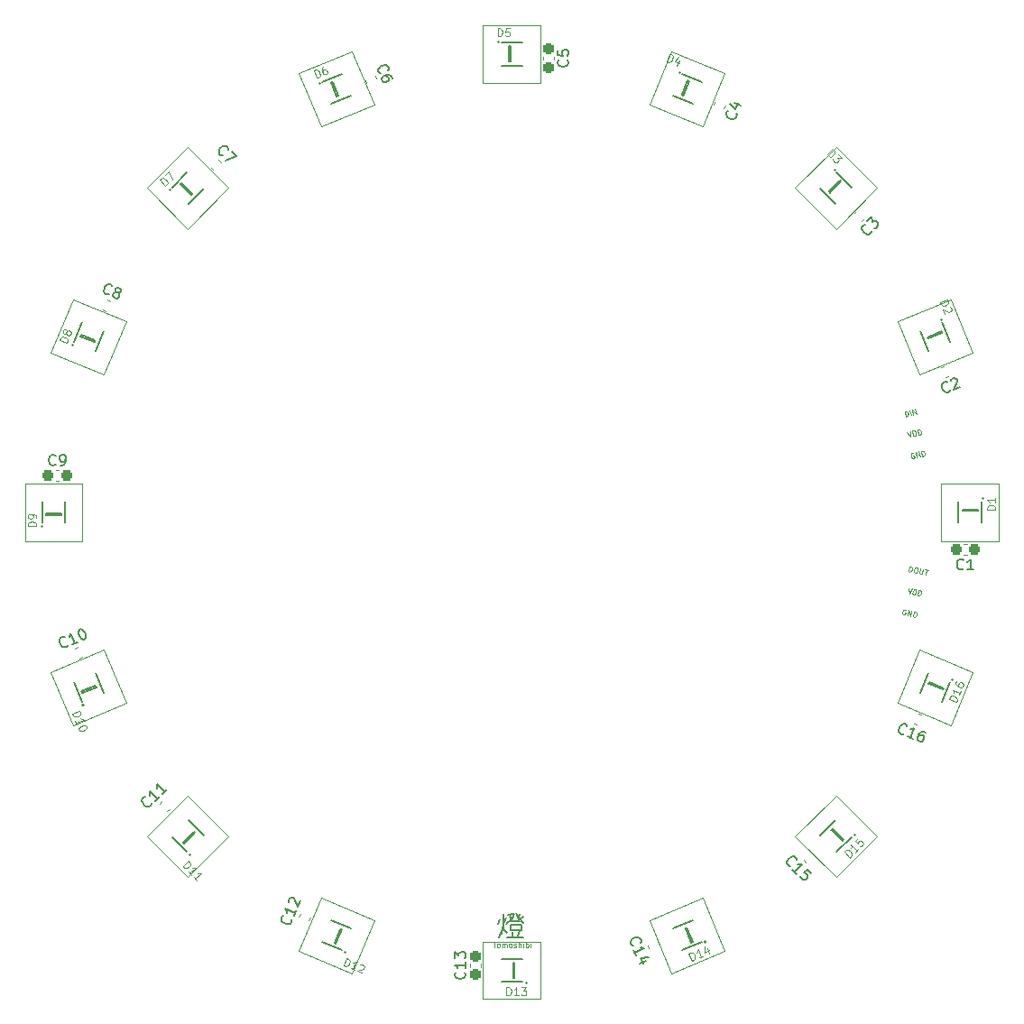
<source format=gbr>
%TF.GenerationSoftware,KiCad,Pcbnew,7.0.1*%
%TF.CreationDate,2024-02-10T23:33:58+09:00*%
%TF.ProjectId,LED_lighting_large,4c45445f-6c69-4676-9874-696e675f6c61,rev?*%
%TF.SameCoordinates,Original*%
%TF.FileFunction,Legend,Top*%
%TF.FilePolarity,Positive*%
%FSLAX46Y46*%
G04 Gerber Fmt 4.6, Leading zero omitted, Abs format (unit mm)*
G04 Created by KiCad (PCBNEW 7.0.1) date 2024-02-10 23:33:58*
%MOMM*%
%LPD*%
G01*
G04 APERTURE LIST*
G04 Aperture macros list*
%AMRoundRect*
0 Rectangle with rounded corners*
0 $1 Rounding radius*
0 $2 $3 $4 $5 $6 $7 $8 $9 X,Y pos of 4 corners*
0 Add a 4 corners polygon primitive as box body*
4,1,4,$2,$3,$4,$5,$6,$7,$8,$9,$2,$3,0*
0 Add four circle primitives for the rounded corners*
1,1,$1+$1,$2,$3*
1,1,$1+$1,$4,$5*
1,1,$1+$1,$6,$7*
1,1,$1+$1,$8,$9*
0 Add four rect primitives between the rounded corners*
20,1,$1+$1,$2,$3,$4,$5,0*
20,1,$1+$1,$4,$5,$6,$7,0*
20,1,$1+$1,$6,$7,$8,$9,0*
20,1,$1+$1,$8,$9,$2,$3,0*%
%AMHorizOval*
0 Thick line with rounded ends*
0 $1 width*
0 $2 $3 position (X,Y) of the first rounded end (center of the circle)*
0 $4 $5 position (X,Y) of the second rounded end (center of the circle)*
0 Add line between two ends*
20,1,$1,$2,$3,$4,$5,0*
0 Add two circle primitives to create the rounded ends*
1,1,$1,$2,$3*
1,1,$1,$4,$5*%
%AMRotRect*
0 Rectangle, with rotation*
0 The origin of the aperture is its center*
0 $1 length*
0 $2 width*
0 $3 Rotation angle, in degrees counterclockwise*
0 Add horizontal line*
21,1,$1,$2,0,0,$3*%
G04 Aperture macros list end*
%ADD10C,0.100000*%
%ADD11C,0.050000*%
%ADD12C,0.150000*%
%ADD13C,0.120000*%
%ADD14C,0.254000*%
%ADD15C,0.152000*%
%ADD16RoundRect,0.237500X-0.334226X0.186277X-0.104616X-0.368051X0.334226X-0.186277X0.104616X0.368051X0*%
%ADD17RoundRect,0.237500X-0.104616X0.368051X-0.334226X-0.186277X0.104616X-0.368051X0.334226X0.186277X0*%
%ADD18RoundRect,0.237500X0.380070X-0.044194X-0.044194X0.380070X-0.380070X0.044194X0.044194X-0.380070X0*%
%ADD19RotRect,0.900000X0.700000X247.500000*%
%ADD20RotRect,0.900000X0.700000X202.500000*%
%ADD21R,0.700000X0.900000*%
%ADD22RoundRect,0.237500X0.186277X0.334226X-0.368051X0.104616X-0.186277X-0.334226X0.368051X-0.104616X0*%
%ADD23RotRect,0.900000X0.700000X292.500000*%
%ADD24RotRect,0.900000X0.700000X22.500000*%
%ADD25RoundRect,0.237500X0.044194X0.380070X-0.380070X-0.044194X-0.044194X-0.380070X0.380070X0.044194X0*%
%ADD26R,0.900000X0.700000*%
%ADD27RotRect,0.900000X0.700000X315.000000*%
%ADD28RoundRect,0.237500X0.334226X-0.186277X0.104616X0.368051X-0.334226X0.186277X-0.104616X-0.368051X0*%
%ADD29RoundRect,0.237500X-0.186277X-0.334226X0.368051X-0.104616X0.186277X0.334226X-0.368051X0.104616X0*%
%ADD30RotRect,0.900000X0.700000X112.500000*%
%ADD31RoundRect,0.237500X-0.300000X-0.237500X0.300000X-0.237500X0.300000X0.237500X-0.300000X0.237500X0*%
%ADD32RotRect,0.900000X0.700000X157.500000*%
%ADD33RoundRect,0.237500X0.300000X0.237500X-0.300000X0.237500X-0.300000X-0.237500X0.300000X-0.237500X0*%
%ADD34RotRect,0.900000X0.700000X225.000000*%
%ADD35RotRect,0.900000X0.700000X337.500000*%
%ADD36RoundRect,0.237500X-0.237500X0.300000X-0.237500X-0.300000X0.237500X-0.300000X0.237500X0.300000X0*%
%ADD37RoundRect,0.237500X0.368051X0.104616X-0.186277X0.334226X-0.368051X-0.104616X0.186277X-0.334226X0*%
%ADD38RotRect,0.900000X0.700000X45.000000*%
%ADD39RoundRect,0.237500X-0.044194X-0.380070X0.380070X0.044194X0.044194X0.380070X-0.380070X-0.044194X0*%
%ADD40RoundRect,0.237500X0.104616X-0.368051X0.334226X0.186277X-0.104616X0.368051X-0.334226X-0.186277X0*%
%ADD41RoundRect,0.237500X-0.368051X-0.104616X0.186277X-0.334226X0.368051X0.104616X-0.186277X0.334226X0*%
%ADD42RotRect,0.900000X0.700000X135.000000*%
%ADD43RotRect,0.900000X0.700000X67.500000*%
%ADD44RoundRect,0.237500X-0.380070X0.044194X0.044194X-0.380070X0.380070X-0.044194X-0.044194X0.380070X0*%
%ADD45RoundRect,0.237500X0.237500X-0.300000X0.237500X0.300000X-0.237500X0.300000X-0.237500X-0.300000X0*%
%ADD46RoundRect,0.250000X0.544709X-0.465206X0.681272X0.221343X-0.544709X0.465206X-0.681272X-0.221343X0*%
%ADD47HorizOval,1.200000X-0.269716X0.053650X0.269716X-0.053650X0*%
%ADD48RoundRect,0.250000X0.681272X-0.221343X0.544709X0.465206X-0.681272X0.221343X-0.544709X-0.465206X0*%
%ADD49HorizOval,1.200000X0.269716X0.053650X-0.269716X-0.053650X0*%
G04 APERTURE END LIST*
D10*
X36943057Y8973267D02*
X36845512Y9463660D01*
X36845512Y9463660D02*
X36962272Y9486885D01*
X36962272Y9486885D02*
X37036974Y9477468D01*
X37036974Y9477468D02*
X37092968Y9440054D01*
X37092968Y9440054D02*
X37125610Y9397995D01*
X37125610Y9397995D02*
X37167542Y9309231D01*
X37167542Y9309231D02*
X37181477Y9239175D01*
X37181477Y9239175D02*
X37176705Y9141122D01*
X37176705Y9141122D02*
X37162643Y9089773D01*
X37162643Y9089773D02*
X37125229Y9033779D01*
X37125229Y9033779D02*
X37059818Y8996492D01*
X37059818Y8996492D02*
X36943057Y8973267D01*
X37433450Y9070812D02*
X37335905Y9561205D01*
X37666970Y9117262D02*
X37569425Y9607655D01*
X37569425Y9607655D02*
X37947195Y9173002D01*
X37947195Y9173002D02*
X37849649Y9663395D01*
X37093724Y7533467D02*
X37354734Y7075590D01*
X37354734Y7075590D02*
X37420653Y7598497D01*
X37681662Y7140620D02*
X37584117Y7631012D01*
X37584117Y7631012D02*
X37700877Y7654237D01*
X37700877Y7654237D02*
X37775578Y7644820D01*
X37775578Y7644820D02*
X37831572Y7607406D01*
X37831572Y7607406D02*
X37864214Y7565347D01*
X37864214Y7565347D02*
X37906146Y7476584D01*
X37906146Y7476584D02*
X37920081Y7406528D01*
X37920081Y7406528D02*
X37915309Y7308475D01*
X37915309Y7308475D02*
X37901247Y7257126D01*
X37901247Y7257126D02*
X37863833Y7201132D01*
X37863833Y7201132D02*
X37798422Y7163845D01*
X37798422Y7163845D02*
X37681662Y7140620D01*
X38172054Y7238165D02*
X38074509Y7728557D01*
X38074509Y7728557D02*
X38191269Y7751782D01*
X38191269Y7751782D02*
X38265971Y7742365D01*
X38265971Y7742365D02*
X38321965Y7704951D01*
X38321965Y7704951D02*
X38354607Y7662892D01*
X38354607Y7662892D02*
X38396539Y7574129D01*
X38396539Y7574129D02*
X38410474Y7504073D01*
X38410474Y7504073D02*
X38405702Y7406020D01*
X38405702Y7406020D02*
X38391640Y7354671D01*
X38391640Y7354671D02*
X38354226Y7298677D01*
X38354226Y7298677D02*
X38288815Y7261390D01*
X38288815Y7261390D02*
X38172054Y7238165D01*
X37225876Y-5561967D02*
X37323421Y-5071574D01*
X37323421Y-5071574D02*
X37440181Y-5094799D01*
X37440181Y-5094799D02*
X37505592Y-5132086D01*
X37505592Y-5132086D02*
X37543006Y-5188080D01*
X37543006Y-5188080D02*
X37557068Y-5239429D01*
X37557068Y-5239429D02*
X37561840Y-5337482D01*
X37561840Y-5337482D02*
X37547905Y-5407538D01*
X37547905Y-5407538D02*
X37505973Y-5496302D01*
X37505973Y-5496302D02*
X37473331Y-5538361D01*
X37473331Y-5538361D02*
X37417337Y-5575775D01*
X37417337Y-5575775D02*
X37342636Y-5585192D01*
X37342636Y-5585192D02*
X37225876Y-5561967D01*
X37907222Y-5187699D02*
X38000630Y-5206279D01*
X38000630Y-5206279D02*
X38042689Y-5238921D01*
X38042689Y-5238921D02*
X38080103Y-5294915D01*
X38080103Y-5294915D02*
X38084875Y-5392968D01*
X38084875Y-5392968D02*
X38052360Y-5556433D01*
X38052360Y-5556433D02*
X38010428Y-5645196D01*
X38010428Y-5645196D02*
X37954434Y-5682610D01*
X37954434Y-5682610D02*
X37903085Y-5696672D01*
X37903085Y-5696672D02*
X37809677Y-5678092D01*
X37809677Y-5678092D02*
X37767618Y-5645450D01*
X37767618Y-5645450D02*
X37730204Y-5589456D01*
X37730204Y-5589456D02*
X37725432Y-5491403D01*
X37725432Y-5491403D02*
X37757947Y-5327938D01*
X37757947Y-5327938D02*
X37799879Y-5239175D01*
X37799879Y-5239175D02*
X37855873Y-5201761D01*
X37855873Y-5201761D02*
X37907222Y-5187699D01*
X38327559Y-5271309D02*
X38248594Y-5668294D01*
X38248594Y-5668294D02*
X38262656Y-5719643D01*
X38262656Y-5719643D02*
X38281363Y-5747640D01*
X38281363Y-5747640D02*
X38323422Y-5780282D01*
X38323422Y-5780282D02*
X38416830Y-5798862D01*
X38416830Y-5798862D02*
X38468179Y-5784800D01*
X38468179Y-5784800D02*
X38496176Y-5766093D01*
X38496176Y-5766093D02*
X38528818Y-5724034D01*
X38528818Y-5724034D02*
X38607783Y-5327050D01*
X38771248Y-5359565D02*
X39051472Y-5415305D01*
X38813815Y-5877827D02*
X38911360Y-5387435D01*
D11*
X-1821427Y-40323809D02*
X-1535713Y-40323809D01*
X-1678570Y-40823809D02*
X-1678570Y-40323809D01*
X-1297618Y-40823809D02*
X-1345237Y-40800000D01*
X-1345237Y-40800000D02*
X-1369047Y-40776190D01*
X-1369047Y-40776190D02*
X-1392856Y-40728571D01*
X-1392856Y-40728571D02*
X-1392856Y-40585714D01*
X-1392856Y-40585714D02*
X-1369047Y-40538095D01*
X-1369047Y-40538095D02*
X-1345237Y-40514285D01*
X-1345237Y-40514285D02*
X-1297618Y-40490476D01*
X-1297618Y-40490476D02*
X-1226190Y-40490476D01*
X-1226190Y-40490476D02*
X-1178571Y-40514285D01*
X-1178571Y-40514285D02*
X-1154761Y-40538095D01*
X-1154761Y-40538095D02*
X-1130952Y-40585714D01*
X-1130952Y-40585714D02*
X-1130952Y-40728571D01*
X-1130952Y-40728571D02*
X-1154761Y-40776190D01*
X-1154761Y-40776190D02*
X-1178571Y-40800000D01*
X-1178571Y-40800000D02*
X-1226190Y-40823809D01*
X-1226190Y-40823809D02*
X-1297618Y-40823809D01*
X-916666Y-40823809D02*
X-916666Y-40490476D01*
X-916666Y-40538095D02*
X-892856Y-40514285D01*
X-892856Y-40514285D02*
X-845237Y-40490476D01*
X-845237Y-40490476D02*
X-773809Y-40490476D01*
X-773809Y-40490476D02*
X-726190Y-40514285D01*
X-726190Y-40514285D02*
X-702380Y-40561904D01*
X-702380Y-40561904D02*
X-702380Y-40823809D01*
X-702380Y-40561904D02*
X-678571Y-40514285D01*
X-678571Y-40514285D02*
X-630952Y-40490476D01*
X-630952Y-40490476D02*
X-559523Y-40490476D01*
X-559523Y-40490476D02*
X-511904Y-40514285D01*
X-511904Y-40514285D02*
X-488094Y-40561904D01*
X-488094Y-40561904D02*
X-488094Y-40823809D01*
X-178570Y-40823809D02*
X-226189Y-40800000D01*
X-226189Y-40800000D02*
X-249999Y-40776190D01*
X-249999Y-40776190D02*
X-273808Y-40728571D01*
X-273808Y-40728571D02*
X-273808Y-40585714D01*
X-273808Y-40585714D02*
X-249999Y-40538095D01*
X-249999Y-40538095D02*
X-226189Y-40514285D01*
X-226189Y-40514285D02*
X-178570Y-40490476D01*
X-178570Y-40490476D02*
X-107142Y-40490476D01*
X-107142Y-40490476D02*
X-59523Y-40514285D01*
X-59523Y-40514285D02*
X-35713Y-40538095D01*
X-35713Y-40538095D02*
X-11904Y-40585714D01*
X-11904Y-40585714D02*
X-11904Y-40728571D01*
X-11904Y-40728571D02*
X-35713Y-40776190D01*
X-35713Y-40776190D02*
X-59523Y-40800000D01*
X-59523Y-40800000D02*
X-107142Y-40823809D01*
X-107142Y-40823809D02*
X-178570Y-40823809D01*
X178572Y-40800000D02*
X226191Y-40823809D01*
X226191Y-40823809D02*
X321429Y-40823809D01*
X321429Y-40823809D02*
X369048Y-40800000D01*
X369048Y-40800000D02*
X392857Y-40752380D01*
X392857Y-40752380D02*
X392857Y-40728571D01*
X392857Y-40728571D02*
X369048Y-40680952D01*
X369048Y-40680952D02*
X321429Y-40657142D01*
X321429Y-40657142D02*
X250000Y-40657142D01*
X250000Y-40657142D02*
X202381Y-40633333D01*
X202381Y-40633333D02*
X178572Y-40585714D01*
X178572Y-40585714D02*
X178572Y-40561904D01*
X178572Y-40561904D02*
X202381Y-40514285D01*
X202381Y-40514285D02*
X250000Y-40490476D01*
X250000Y-40490476D02*
X321429Y-40490476D01*
X321429Y-40490476D02*
X369048Y-40514285D01*
X607143Y-40823809D02*
X607143Y-40323809D01*
X821429Y-40823809D02*
X821429Y-40561904D01*
X821429Y-40561904D02*
X797619Y-40514285D01*
X797619Y-40514285D02*
X750000Y-40490476D01*
X750000Y-40490476D02*
X678572Y-40490476D01*
X678572Y-40490476D02*
X630953Y-40514285D01*
X630953Y-40514285D02*
X607143Y-40538095D01*
X1059524Y-40823809D02*
X1059524Y-40490476D01*
X1059524Y-40323809D02*
X1035715Y-40347619D01*
X1035715Y-40347619D02*
X1059524Y-40371428D01*
X1059524Y-40371428D02*
X1083334Y-40347619D01*
X1083334Y-40347619D02*
X1059524Y-40323809D01*
X1059524Y-40323809D02*
X1059524Y-40371428D01*
X1297619Y-40823809D02*
X1297619Y-40323809D01*
X1297619Y-40514285D02*
X1345238Y-40490476D01*
X1345238Y-40490476D02*
X1440476Y-40490476D01*
X1440476Y-40490476D02*
X1488095Y-40514285D01*
X1488095Y-40514285D02*
X1511905Y-40538095D01*
X1511905Y-40538095D02*
X1535714Y-40585714D01*
X1535714Y-40585714D02*
X1535714Y-40728571D01*
X1535714Y-40728571D02*
X1511905Y-40776190D01*
X1511905Y-40776190D02*
X1488095Y-40800000D01*
X1488095Y-40800000D02*
X1440476Y-40823809D01*
X1440476Y-40823809D02*
X1345238Y-40823809D01*
X1345238Y-40823809D02*
X1297619Y-40800000D01*
X1750000Y-40823809D02*
X1750000Y-40490476D01*
X1750000Y-40323809D02*
X1726191Y-40347619D01*
X1726191Y-40347619D02*
X1750000Y-40371428D01*
X1750000Y-40371428D02*
X1773810Y-40347619D01*
X1773810Y-40347619D02*
X1750000Y-40323809D01*
X1750000Y-40323809D02*
X1750000Y-40371428D01*
D10*
X36974141Y-9185504D02*
X36932082Y-9152862D01*
X36932082Y-9152862D02*
X36862026Y-9138927D01*
X36862026Y-9138927D02*
X36787324Y-9148344D01*
X36787324Y-9148344D02*
X36731330Y-9185758D01*
X36731330Y-9185758D02*
X36698688Y-9227817D01*
X36698688Y-9227817D02*
X36656756Y-9316580D01*
X36656756Y-9316580D02*
X36642821Y-9386636D01*
X36642821Y-9386636D02*
X36647593Y-9484689D01*
X36647593Y-9484689D02*
X36661655Y-9536038D01*
X36661655Y-9536038D02*
X36699069Y-9592032D01*
X36699069Y-9592032D02*
X36764480Y-9629319D01*
X36764480Y-9629319D02*
X36811184Y-9638609D01*
X36811184Y-9638609D02*
X36885886Y-9629192D01*
X36885886Y-9629192D02*
X36913883Y-9610485D01*
X36913883Y-9610485D02*
X36946398Y-9447021D01*
X36946398Y-9447021D02*
X36852990Y-9428441D01*
X37114761Y-9698994D02*
X37212306Y-9208602D01*
X37212306Y-9208602D02*
X37394985Y-9754734D01*
X37394985Y-9754734D02*
X37492530Y-9264342D01*
X37628506Y-9801185D02*
X37726051Y-9310792D01*
X37726051Y-9310792D02*
X37842811Y-9334017D01*
X37842811Y-9334017D02*
X37908222Y-9371304D01*
X37908222Y-9371304D02*
X37945636Y-9427298D01*
X37945636Y-9427298D02*
X37959698Y-9478647D01*
X37959698Y-9478647D02*
X37964470Y-9576700D01*
X37964470Y-9576700D02*
X37950535Y-9646756D01*
X37950535Y-9646756D02*
X37908603Y-9735520D01*
X37908603Y-9735520D02*
X37875961Y-9777579D01*
X37875961Y-9777579D02*
X37819967Y-9814993D01*
X37819967Y-9814993D02*
X37745266Y-9824410D01*
X37745266Y-9824410D02*
X37628506Y-9801185D01*
X37198562Y-7106412D02*
X37264481Y-7629319D01*
X37264481Y-7629319D02*
X37525491Y-7171442D01*
X37591409Y-7694349D02*
X37688954Y-7203957D01*
X37688954Y-7203957D02*
X37805715Y-7227182D01*
X37805715Y-7227182D02*
X37871126Y-7264469D01*
X37871126Y-7264469D02*
X37908540Y-7320463D01*
X37908540Y-7320463D02*
X37922602Y-7371812D01*
X37922602Y-7371812D02*
X37927374Y-7469865D01*
X37927374Y-7469865D02*
X37913439Y-7539921D01*
X37913439Y-7539921D02*
X37871507Y-7628684D01*
X37871507Y-7628684D02*
X37838865Y-7670743D01*
X37838865Y-7670743D02*
X37782871Y-7708158D01*
X37782871Y-7708158D02*
X37708169Y-7717575D01*
X37708169Y-7717575D02*
X37591409Y-7694349D01*
X38081802Y-7791895D02*
X38179347Y-7301502D01*
X38179347Y-7301502D02*
X38296107Y-7324727D01*
X38296107Y-7324727D02*
X38361518Y-7362014D01*
X38361518Y-7362014D02*
X38398932Y-7418008D01*
X38398932Y-7418008D02*
X38412994Y-7469357D01*
X38412994Y-7469357D02*
X38417766Y-7567410D01*
X38417766Y-7567410D02*
X38403831Y-7637466D01*
X38403831Y-7637466D02*
X38361899Y-7726230D01*
X38361899Y-7726230D02*
X38329257Y-7768289D01*
X38329257Y-7768289D02*
X38273263Y-7805703D01*
X38273263Y-7805703D02*
X38198562Y-7815120D01*
X38198562Y-7815120D02*
X38081802Y-7791895D01*
X37678593Y5565855D02*
X37627244Y5579917D01*
X37627244Y5579917D02*
X37557188Y5565982D01*
X37557188Y5565982D02*
X37491777Y5528695D01*
X37491777Y5528695D02*
X37454363Y5472701D01*
X37454363Y5472701D02*
X37440301Y5421352D01*
X37440301Y5421352D02*
X37435529Y5323299D01*
X37435529Y5323299D02*
X37449464Y5253243D01*
X37449464Y5253243D02*
X37491396Y5164479D01*
X37491396Y5164479D02*
X37524038Y5122420D01*
X37524038Y5122420D02*
X37580032Y5085006D01*
X37580032Y5085006D02*
X37654733Y5075589D01*
X37654733Y5075589D02*
X37701437Y5084879D01*
X37701437Y5084879D02*
X37766848Y5122166D01*
X37766848Y5122166D02*
X37785555Y5150163D01*
X37785555Y5150163D02*
X37753040Y5313628D01*
X37753040Y5313628D02*
X37659632Y5295048D01*
X38005013Y5145264D02*
X37907468Y5635657D01*
X37907468Y5635657D02*
X38285238Y5201005D01*
X38285238Y5201005D02*
X38187693Y5691397D01*
X38518758Y5247455D02*
X38421213Y5737847D01*
X38421213Y5737847D02*
X38537973Y5761072D01*
X38537973Y5761072D02*
X38612675Y5751655D01*
X38612675Y5751655D02*
X38668669Y5714241D01*
X38668669Y5714241D02*
X38701311Y5672182D01*
X38701311Y5672182D02*
X38743243Y5583419D01*
X38743243Y5583419D02*
X38757178Y5513363D01*
X38757178Y5513363D02*
X38752406Y5415310D01*
X38752406Y5415310D02*
X38738344Y5363961D01*
X38738344Y5363961D02*
X38700930Y5307967D01*
X38700930Y5307967D02*
X38635519Y5270680D01*
X38635519Y5270680D02*
X38518758Y5247455D01*
D12*
X-47618Y-38371428D02*
X714286Y-38371428D01*
X-142856Y-39228571D02*
X904762Y-39228571D01*
X-428570Y-39895238D02*
X1095238Y-39895238D01*
X-142856Y-38752380D02*
X-142856Y-39228571D01*
X-142856Y-38752380D02*
X904762Y-38752380D01*
X904762Y-38752380D02*
X904762Y-39228571D01*
X-809523Y-37704761D02*
X-809523Y-39133333D01*
X-809523Y-39133333D02*
X-428570Y-39514285D01*
X523809Y-37990476D02*
X1095238Y-38561904D01*
X1095238Y-37990476D02*
X714286Y-38180952D01*
X-238094Y-37990476D02*
X-47618Y-38180952D01*
X-47618Y-38180952D02*
X-523809Y-38657142D01*
X809524Y-37704761D02*
X523809Y-37990476D01*
X47619Y-39419047D02*
X47619Y-39704761D01*
X428571Y-37609523D02*
X619048Y-38180952D01*
X714286Y-39323809D02*
X523809Y-39704761D01*
X-523809Y-38085714D02*
X-714285Y-38466666D01*
X-904761Y-39133333D02*
X-1190475Y-39895238D01*
X-333332Y-37800000D02*
X238095Y-37704761D01*
X238095Y-37704761D02*
X-47618Y-38276190D01*
X-1095237Y-38180952D02*
X-1285713Y-38657142D01*
X-809523Y-38657142D02*
X-999999Y-39609523D01*
%TO.C,C6*%
X-12344548Y41160625D02*
X-12406765Y41186397D01*
X-12406765Y41186397D02*
X-12505428Y41300156D01*
X-12505428Y41300156D02*
X-12541874Y41388145D01*
X-12541874Y41388145D02*
X-12552549Y41538351D01*
X-12552549Y41538351D02*
X-12501007Y41662785D01*
X-12501007Y41662785D02*
X-12431241Y41743226D01*
X-12431241Y41743226D02*
X-12273487Y41860112D01*
X-12273487Y41860112D02*
X-12141504Y41914781D01*
X-12141504Y41914781D02*
X-11947304Y41943679D01*
X-11947304Y41943679D02*
X-11841093Y41936131D01*
X-11841093Y41936131D02*
X-11716658Y41884588D01*
X-11716658Y41884588D02*
X-11617995Y41770828D01*
X-11617995Y41770828D02*
X-11581549Y41682840D01*
X-11581549Y41682840D02*
X-11570874Y41532634D01*
X-11570874Y41532634D02*
X-11596645Y41470417D01*
X-11180642Y40714966D02*
X-11253534Y40890943D01*
X-11253534Y40890943D02*
X-11333975Y40960709D01*
X-11333975Y40960709D02*
X-11396192Y40986480D01*
X-11396192Y40986480D02*
X-11564621Y41019799D01*
X-11564621Y41019799D02*
X-11758821Y40990901D01*
X-11758821Y40990901D02*
X-12110775Y40845117D01*
X-12110775Y40845117D02*
X-12180540Y40764677D01*
X-12180540Y40764677D02*
X-12206312Y40702460D01*
X-12206312Y40702460D02*
X-12213860Y40596248D01*
X-12213860Y40596248D02*
X-12140968Y40420271D01*
X-12140968Y40420271D02*
X-12060528Y40350506D01*
X-12060528Y40350506D02*
X-11998310Y40324734D01*
X-11998310Y40324734D02*
X-11892099Y40317186D01*
X-11892099Y40317186D02*
X-11672127Y40408301D01*
X-11672127Y40408301D02*
X-11602362Y40488742D01*
X-11602362Y40488742D02*
X-11576591Y40550959D01*
X-11576591Y40550959D02*
X-11569042Y40657170D01*
X-11569042Y40657170D02*
X-11641934Y40833147D01*
X-11641934Y40833147D02*
X-11722375Y40902913D01*
X-11722375Y40902913D02*
X-11784592Y40928684D01*
X-11784592Y40928684D02*
X-11890804Y40936232D01*
%TO.C,C4*%
X21066719Y37361346D02*
X21092490Y37299129D01*
X21092490Y37299129D02*
X21081815Y37148923D01*
X21081815Y37148923D02*
X21045369Y37060935D01*
X21045369Y37060935D02*
X20946706Y36947175D01*
X20946706Y36947175D02*
X20822271Y36895633D01*
X20822271Y36895633D02*
X20716060Y36888084D01*
X20716060Y36888084D02*
X20521860Y36916982D01*
X20521860Y36916982D02*
X20389877Y36971651D01*
X20389877Y36971651D02*
X20232123Y37088538D01*
X20232123Y37088538D02*
X20162357Y37168978D01*
X20162357Y37168978D02*
X20110815Y37293412D01*
X20110815Y37293412D02*
X20121490Y37443618D01*
X20121490Y37443618D02*
X20157936Y37531607D01*
X20157936Y37531607D02*
X20256599Y37645367D01*
X20256599Y37645367D02*
X20318816Y37671138D01*
X20866802Y38371919D02*
X21482722Y38116797D01*
X20423733Y38297732D02*
X20992532Y37804416D01*
X20992532Y37804416D02*
X21229431Y38376341D01*
%TO.C,C15*%
X26136990Y-33216371D02*
X26069647Y-33216371D01*
X26069647Y-33216371D02*
X25934960Y-33149028D01*
X25934960Y-33149028D02*
X25867616Y-33081684D01*
X25867616Y-33081684D02*
X25800273Y-32946997D01*
X25800273Y-32946997D02*
X25800273Y-32812310D01*
X25800273Y-32812310D02*
X25833944Y-32711295D01*
X25833944Y-32711295D02*
X25934960Y-32542936D01*
X25934960Y-32542936D02*
X26035975Y-32441921D01*
X26035975Y-32441921D02*
X26204334Y-32340906D01*
X26204334Y-32340906D02*
X26305349Y-32307234D01*
X26305349Y-32307234D02*
X26440036Y-32307234D01*
X26440036Y-32307234D02*
X26574723Y-32374578D01*
X26574723Y-32374578D02*
X26642067Y-32441921D01*
X26642067Y-32441921D02*
X26709410Y-32576608D01*
X26709410Y-32576608D02*
X26709410Y-32643952D01*
X26743082Y-33957150D02*
X26339021Y-33553089D01*
X26541051Y-33755119D02*
X27248158Y-33048013D01*
X27248158Y-33048013D02*
X27079799Y-33081684D01*
X27079799Y-33081684D02*
X26945112Y-33081684D01*
X26945112Y-33081684D02*
X26844097Y-33048013D01*
X28089952Y-33889806D02*
X27753234Y-33553089D01*
X27753234Y-33553089D02*
X27382845Y-33856135D01*
X27382845Y-33856135D02*
X27450189Y-33856135D01*
X27450189Y-33856135D02*
X27551204Y-33889806D01*
X27551204Y-33889806D02*
X27719563Y-34058165D01*
X27719563Y-34058165D02*
X27753234Y-34159180D01*
X27753234Y-34159180D02*
X27753234Y-34226524D01*
X27753234Y-34226524D02*
X27719563Y-34327539D01*
X27719563Y-34327539D02*
X27551204Y-34495898D01*
X27551204Y-34495898D02*
X27450189Y-34529570D01*
X27450189Y-34529570D02*
X27382845Y-34529570D01*
X27382845Y-34529570D02*
X27281830Y-34495898D01*
X27281830Y-34495898D02*
X27113471Y-34327539D01*
X27113471Y-34327539D02*
X27079799Y-34226524D01*
X27079799Y-34226524D02*
X27079799Y-34159180D01*
D13*
%TO.C,D16*%
X41703790Y-17815473D02*
X41010880Y-17528460D01*
X41010880Y-17528460D02*
X41079216Y-17363482D01*
X41079216Y-17363482D02*
X41153214Y-17278162D01*
X41153214Y-17278162D02*
X41246540Y-17239505D01*
X41246540Y-17239505D02*
X41326198Y-17233844D01*
X41326198Y-17233844D02*
X41471848Y-17255517D01*
X41471848Y-17255517D02*
X41570836Y-17296519D01*
X41570836Y-17296519D02*
X41689151Y-17384184D01*
X41689151Y-17384184D02*
X41741475Y-17444514D01*
X41741475Y-17444514D02*
X41780132Y-17537840D01*
X41780132Y-17537840D02*
X41772126Y-17650494D01*
X41772126Y-17650494D02*
X41703790Y-17815473D01*
X42141142Y-16759610D02*
X41977135Y-17155559D01*
X42059139Y-16957584D02*
X41366229Y-16670572D01*
X41366229Y-16670572D02*
X41437881Y-16777565D01*
X41437881Y-16777565D02*
X41476538Y-16870891D01*
X41476538Y-16870891D02*
X41482199Y-16950550D01*
X41694243Y-15878675D02*
X41639574Y-16010658D01*
X41639574Y-16010658D02*
X41645235Y-16090316D01*
X41645235Y-16090316D02*
X41664564Y-16136979D01*
X41664564Y-16136979D02*
X41736216Y-16243972D01*
X41736216Y-16243972D02*
X41854532Y-16331637D01*
X41854532Y-16331637D02*
X42118498Y-16440975D01*
X42118498Y-16440975D02*
X42198156Y-16435314D01*
X42198156Y-16435314D02*
X42244819Y-16415986D01*
X42244819Y-16415986D02*
X42305149Y-16363662D01*
X42305149Y-16363662D02*
X42359818Y-16231679D01*
X42359818Y-16231679D02*
X42354157Y-16152020D01*
X42354157Y-16152020D02*
X42334829Y-16105357D01*
X42334829Y-16105357D02*
X42282505Y-16045027D01*
X42282505Y-16045027D02*
X42117526Y-15976691D01*
X42117526Y-15976691D02*
X42037868Y-15982352D01*
X42037868Y-15982352D02*
X41991205Y-16001680D01*
X41991205Y-16001680D02*
X41930874Y-16054004D01*
X41930874Y-16054004D02*
X41876205Y-16185987D01*
X41876205Y-16185987D02*
X41881867Y-16265646D01*
X41881867Y-16265646D02*
X41901195Y-16312309D01*
X41901195Y-16312309D02*
X41953519Y-16372639D01*
%TO.C,D14*%
X16891591Y-42086474D02*
X16604579Y-41393564D01*
X16604579Y-41393564D02*
X16769557Y-41325228D01*
X16769557Y-41325228D02*
X16882212Y-41317222D01*
X16882212Y-41317222D02*
X16975538Y-41355879D01*
X16975538Y-41355879D02*
X17035868Y-41408203D01*
X17035868Y-41408203D02*
X17123533Y-41526518D01*
X17123533Y-41526518D02*
X17164534Y-41625505D01*
X17164534Y-41625505D02*
X17186208Y-41771155D01*
X17186208Y-41771155D02*
X17180547Y-41850814D01*
X17180547Y-41850814D02*
X17141890Y-41944140D01*
X17141890Y-41944140D02*
X17056570Y-42018137D01*
X17056570Y-42018137D02*
X16891591Y-42086474D01*
X17947454Y-41649121D02*
X17551505Y-41813128D01*
X17749480Y-41731125D02*
X17462467Y-41038215D01*
X17462467Y-41038215D02*
X17437477Y-41164537D01*
X17437477Y-41164537D02*
X17398820Y-41257863D01*
X17398820Y-41257863D02*
X17346496Y-41318193D01*
X18350035Y-40941171D02*
X18541377Y-41403110D01*
X18075718Y-40745541D02*
X18115749Y-41308813D01*
X18115749Y-41308813D02*
X18544693Y-41131139D01*
%TO.C,D1*%
X45346964Y214285D02*
X44596964Y214285D01*
X44596964Y214285D02*
X44596964Y392856D01*
X44596964Y392856D02*
X44632678Y499999D01*
X44632678Y499999D02*
X44704107Y571428D01*
X44704107Y571428D02*
X44775535Y607142D01*
X44775535Y607142D02*
X44918392Y642856D01*
X44918392Y642856D02*
X45025535Y642856D01*
X45025535Y642856D02*
X45168392Y607142D01*
X45168392Y607142D02*
X45239821Y571428D01*
X45239821Y571428D02*
X45311250Y499999D01*
X45311250Y499999D02*
X45346964Y392856D01*
X45346964Y392856D02*
X45346964Y214285D01*
X45346964Y1357142D02*
X45346964Y928571D01*
X45346964Y1142856D02*
X44596964Y1142856D01*
X44596964Y1142856D02*
X44704107Y1071428D01*
X44704107Y1071428D02*
X44775535Y999999D01*
X44775535Y999999D02*
X44811250Y928571D01*
D12*
%TO.C,C2*%
X41137002Y11445591D02*
X41111230Y11383374D01*
X41111230Y11383374D02*
X40997471Y11284711D01*
X40997471Y11284711D02*
X40909482Y11248265D01*
X40909482Y11248265D02*
X40759276Y11237590D01*
X40759276Y11237590D02*
X40634842Y11289132D01*
X40634842Y11289132D02*
X40554401Y11358898D01*
X40554401Y11358898D02*
X40437515Y11516652D01*
X40437515Y11516652D02*
X40382846Y11648635D01*
X40382846Y11648635D02*
X40353948Y11842835D01*
X40353948Y11842835D02*
X40361496Y11949046D01*
X40361496Y11949046D02*
X40413039Y12073481D01*
X40413039Y12073481D02*
X40526799Y12172144D01*
X40526799Y12172144D02*
X40614787Y12208590D01*
X40614787Y12208590D02*
X40764993Y12219265D01*
X40764993Y12219265D02*
X40827210Y12193494D01*
X41179164Y12339278D02*
X41204936Y12401495D01*
X41204936Y12401495D02*
X41274701Y12481936D01*
X41274701Y12481936D02*
X41494672Y12573051D01*
X41494672Y12573051D02*
X41600884Y12565502D01*
X41600884Y12565502D02*
X41663101Y12539731D01*
X41663101Y12539731D02*
X41743542Y12469966D01*
X41743542Y12469966D02*
X41779988Y12381977D01*
X41779988Y12381977D02*
X41790662Y12231771D01*
X41790662Y12231771D02*
X41481408Y11485164D01*
X41481408Y11485164D02*
X42053333Y11722063D01*
D13*
%TO.C,D2*%
X40187979Y19661641D02*
X40880888Y19948654D01*
X40880888Y19948654D02*
X40949225Y19783675D01*
X40949225Y19783675D02*
X40957231Y19671021D01*
X40957231Y19671021D02*
X40918574Y19577695D01*
X40918574Y19577695D02*
X40866250Y19517365D01*
X40866250Y19517365D02*
X40747934Y19429700D01*
X40747934Y19429700D02*
X40648947Y19388698D01*
X40648947Y19388698D02*
X40503297Y19367025D01*
X40503297Y19367025D02*
X40423638Y19372686D01*
X40423638Y19372686D02*
X40330312Y19411343D01*
X40330312Y19411343D02*
X40256315Y19496663D01*
X40256315Y19496663D02*
X40187979Y19661641D01*
X41088242Y19261405D02*
X41134905Y19242077D01*
X41134905Y19242077D02*
X41195235Y19189753D01*
X41195235Y19189753D02*
X41263572Y19024774D01*
X41263572Y19024774D02*
X41257911Y18945116D01*
X41257911Y18945116D02*
X41238582Y18898453D01*
X41238582Y18898453D02*
X41186258Y18838123D01*
X41186258Y18838123D02*
X41120267Y18810788D01*
X41120267Y18810788D02*
X41007612Y18802782D01*
X41007612Y18802782D02*
X40447657Y19034723D01*
X40447657Y19034723D02*
X40625331Y18605779D01*
%TO.C,D6*%
X-18308818Y40748337D02*
X-18595830Y41441246D01*
X-18595830Y41441246D02*
X-18430852Y41509583D01*
X-18430852Y41509583D02*
X-18318197Y41517589D01*
X-18318197Y41517589D02*
X-18224871Y41478932D01*
X-18224871Y41478932D02*
X-18164541Y41426608D01*
X-18164541Y41426608D02*
X-18076876Y41308292D01*
X-18076876Y41308292D02*
X-18035875Y41209305D01*
X-18035875Y41209305D02*
X-18014201Y41063655D01*
X-18014201Y41063655D02*
X-18019862Y40983996D01*
X-18019862Y40983996D02*
X-18058519Y40890670D01*
X-18058519Y40890670D02*
X-18143839Y40816673D01*
X-18143839Y40816673D02*
X-18308818Y40748337D01*
X-17605959Y41851264D02*
X-17737942Y41796595D01*
X-17737942Y41796595D02*
X-17790266Y41736265D01*
X-17790266Y41736265D02*
X-17809595Y41689602D01*
X-17809595Y41689602D02*
X-17834584Y41563280D01*
X-17834584Y41563280D02*
X-17812911Y41417630D01*
X-17812911Y41417630D02*
X-17703573Y41153665D01*
X-17703573Y41153665D02*
X-17643242Y41101341D01*
X-17643242Y41101341D02*
X-17596579Y41082012D01*
X-17596579Y41082012D02*
X-17516921Y41076351D01*
X-17516921Y41076351D02*
X-17384938Y41131020D01*
X-17384938Y41131020D02*
X-17332614Y41191350D01*
X-17332614Y41191350D02*
X-17313285Y41238013D01*
X-17313285Y41238013D02*
X-17307624Y41317672D01*
X-17307624Y41317672D02*
X-17375961Y41482650D01*
X-17375961Y41482650D02*
X-17436291Y41534975D01*
X-17436291Y41534975D02*
X-17482954Y41554303D01*
X-17482954Y41554303D02*
X-17562612Y41559964D01*
X-17562612Y41559964D02*
X-17694595Y41505295D01*
X-17694595Y41505295D02*
X-17746919Y41444965D01*
X-17746919Y41444965D02*
X-17766248Y41398302D01*
X-17766248Y41398302D02*
X-17771909Y41318643D01*
D12*
%TO.C,C3*%
X33743209Y26401328D02*
X33743209Y26333985D01*
X33743209Y26333985D02*
X33675866Y26199298D01*
X33675866Y26199298D02*
X33608522Y26131954D01*
X33608522Y26131954D02*
X33473835Y26064611D01*
X33473835Y26064611D02*
X33339148Y26064611D01*
X33339148Y26064611D02*
X33238133Y26098282D01*
X33238133Y26098282D02*
X33069774Y26199298D01*
X33069774Y26199298D02*
X32968759Y26300313D01*
X32968759Y26300313D02*
X32867744Y26468672D01*
X32867744Y26468672D02*
X32834072Y26569687D01*
X32834072Y26569687D02*
X32834072Y26704374D01*
X32834072Y26704374D02*
X32901415Y26839061D01*
X32901415Y26839061D02*
X32968759Y26906404D01*
X32968759Y26906404D02*
X33103446Y26973748D01*
X33103446Y26973748D02*
X33170789Y26973748D01*
X33339148Y27276794D02*
X33776881Y27714526D01*
X33776881Y27714526D02*
X33810553Y27209450D01*
X33810553Y27209450D02*
X33911568Y27310465D01*
X33911568Y27310465D02*
X34012583Y27344137D01*
X34012583Y27344137D02*
X34079927Y27344137D01*
X34079927Y27344137D02*
X34180942Y27310465D01*
X34180942Y27310465D02*
X34349301Y27142107D01*
X34349301Y27142107D02*
X34382973Y27041091D01*
X34382973Y27041091D02*
X34382973Y26973748D01*
X34382973Y26973748D02*
X34349301Y26872733D01*
X34349301Y26872733D02*
X34147270Y26670702D01*
X34147270Y26670702D02*
X34046255Y26637030D01*
X34046255Y26637030D02*
X33978912Y26637030D01*
D13*
%TO.C,D13*%
X-500000Y-45346964D02*
X-500000Y-44596964D01*
X-500000Y-44596964D02*
X-321429Y-44596964D01*
X-321429Y-44596964D02*
X-214286Y-44632678D01*
X-214286Y-44632678D02*
X-142857Y-44704107D01*
X-142857Y-44704107D02*
X-107143Y-44775535D01*
X-107143Y-44775535D02*
X-71429Y-44918392D01*
X-71429Y-44918392D02*
X-71429Y-45025535D01*
X-71429Y-45025535D02*
X-107143Y-45168392D01*
X-107143Y-45168392D02*
X-142857Y-45239821D01*
X-142857Y-45239821D02*
X-214286Y-45311250D01*
X-214286Y-45311250D02*
X-321429Y-45346964D01*
X-321429Y-45346964D02*
X-500000Y-45346964D01*
X642856Y-45346964D02*
X214285Y-45346964D01*
X428570Y-45346964D02*
X428570Y-44596964D01*
X428570Y-44596964D02*
X357142Y-44704107D01*
X357142Y-44704107D02*
X285713Y-44775535D01*
X285713Y-44775535D02*
X214285Y-44811250D01*
X892856Y-44596964D02*
X1357142Y-44596964D01*
X1357142Y-44596964D02*
X1107142Y-44882678D01*
X1107142Y-44882678D02*
X1214285Y-44882678D01*
X1214285Y-44882678D02*
X1285714Y-44918392D01*
X1285714Y-44918392D02*
X1321428Y-44954107D01*
X1321428Y-44954107D02*
X1357142Y-45025535D01*
X1357142Y-45025535D02*
X1357142Y-45204107D01*
X1357142Y-45204107D02*
X1321428Y-45275535D01*
X1321428Y-45275535D02*
X1285714Y-45311250D01*
X1285714Y-45311250D02*
X1214285Y-45346964D01*
X1214285Y-45346964D02*
X999999Y-45346964D01*
X999999Y-45346964D02*
X928571Y-45311250D01*
X928571Y-45311250D02*
X892856Y-45275535D01*
%TO.C,D3*%
X29604666Y33544262D02*
X30134996Y34074592D01*
X30134996Y34074592D02*
X30261265Y33948323D01*
X30261265Y33948323D02*
X30311773Y33847308D01*
X30311773Y33847308D02*
X30311773Y33746293D01*
X30311773Y33746293D02*
X30286519Y33670531D01*
X30286519Y33670531D02*
X30210758Y33544262D01*
X30210758Y33544262D02*
X30134996Y33468501D01*
X30134996Y33468501D02*
X30008727Y33392739D01*
X30008727Y33392739D02*
X29932966Y33367485D01*
X29932966Y33367485D02*
X29831951Y33367485D01*
X29831951Y33367485D02*
X29730935Y33417993D01*
X29730935Y33417993D02*
X29604666Y33544262D01*
X30614819Y33594770D02*
X30943118Y33266470D01*
X30943118Y33266470D02*
X30564311Y33241216D01*
X30564311Y33241216D02*
X30640073Y33165455D01*
X30640073Y33165455D02*
X30665326Y33089694D01*
X30665326Y33089694D02*
X30665326Y33039186D01*
X30665326Y33039186D02*
X30640073Y32963424D01*
X30640073Y32963424D02*
X30513803Y32837155D01*
X30513803Y32837155D02*
X30438042Y32811902D01*
X30438042Y32811902D02*
X30387534Y32811902D01*
X30387534Y32811902D02*
X30311773Y32837155D01*
X30311773Y32837155D02*
X30160250Y32988678D01*
X30160250Y32988678D02*
X30134996Y33064440D01*
X30134996Y33064440D02*
X30134996Y33114947D01*
D12*
%TO.C,C14*%
X11355925Y-40693905D02*
X11293708Y-40668133D01*
X11293708Y-40668133D02*
X11195044Y-40554373D01*
X11195044Y-40554373D02*
X11158598Y-40466385D01*
X11158598Y-40466385D02*
X11147924Y-40316179D01*
X11147924Y-40316179D02*
X11199466Y-40191745D01*
X11199466Y-40191745D02*
X11269232Y-40111304D01*
X11269232Y-40111304D02*
X11426986Y-39994418D01*
X11426986Y-39994418D02*
X11558968Y-39939749D01*
X11558968Y-39939749D02*
X11753168Y-39910851D01*
X11753168Y-39910851D02*
X11859380Y-39918399D01*
X11859380Y-39918399D02*
X11983815Y-39969942D01*
X11983815Y-39969942D02*
X12082478Y-40083702D01*
X12082478Y-40083702D02*
X12118924Y-40171690D01*
X12118924Y-40171690D02*
X12129599Y-40321896D01*
X12129599Y-40321896D02*
X12103827Y-40384113D01*
X11632397Y-41610236D02*
X11413721Y-41082305D01*
X11523059Y-41346270D02*
X12446938Y-40963587D01*
X12446938Y-40963587D02*
X12278509Y-40930267D01*
X12278509Y-40930267D02*
X12154075Y-40878725D01*
X12154075Y-40878725D02*
X12073635Y-40808959D01*
X12576331Y-42147010D02*
X11960411Y-42402133D01*
X12837170Y-41781255D02*
X12086141Y-41834629D01*
X12086141Y-41834629D02*
X12323040Y-42406554D01*
%TO.C,C10*%
X-41663068Y-12464278D02*
X-41688840Y-12526495D01*
X-41688840Y-12526495D02*
X-41802600Y-12625159D01*
X-41802600Y-12625159D02*
X-41890588Y-12661605D01*
X-41890588Y-12661605D02*
X-42040794Y-12672279D01*
X-42040794Y-12672279D02*
X-42165228Y-12620737D01*
X-42165228Y-12620737D02*
X-42245669Y-12550971D01*
X-42245669Y-12550971D02*
X-42362555Y-12393217D01*
X-42362555Y-12393217D02*
X-42417224Y-12261235D01*
X-42417224Y-12261235D02*
X-42446122Y-12067035D01*
X-42446122Y-12067035D02*
X-42438574Y-11960823D01*
X-42438574Y-11960823D02*
X-42387031Y-11836388D01*
X-42387031Y-11836388D02*
X-42273271Y-11737725D01*
X-42273271Y-11737725D02*
X-42185283Y-11701279D01*
X-42185283Y-11701279D02*
X-42035077Y-11690604D01*
X-42035077Y-11690604D02*
X-41972860Y-11716376D01*
X-40746737Y-12187806D02*
X-41274668Y-12406482D01*
X-41010703Y-12297144D02*
X-41393386Y-11373265D01*
X-41393386Y-11373265D02*
X-41426706Y-11541694D01*
X-41426706Y-11541694D02*
X-41478248Y-11666128D01*
X-41478248Y-11666128D02*
X-41548014Y-11746568D01*
X-40557495Y-11027027D02*
X-40469507Y-10990581D01*
X-40469507Y-10990581D02*
X-40363295Y-10998130D01*
X-40363295Y-10998130D02*
X-40301078Y-11023901D01*
X-40301078Y-11023901D02*
X-40220637Y-11093666D01*
X-40220637Y-11093666D02*
X-40103751Y-11251420D01*
X-40103751Y-11251420D02*
X-40012636Y-11471392D01*
X-40012636Y-11471392D02*
X-39983738Y-11665592D01*
X-39983738Y-11665592D02*
X-39991286Y-11771803D01*
X-39991286Y-11771803D02*
X-40017058Y-11834021D01*
X-40017058Y-11834021D02*
X-40086823Y-11914461D01*
X-40086823Y-11914461D02*
X-40174812Y-11950907D01*
X-40174812Y-11950907D02*
X-40281023Y-11943359D01*
X-40281023Y-11943359D02*
X-40343241Y-11917587D01*
X-40343241Y-11917587D02*
X-40423681Y-11847822D01*
X-40423681Y-11847822D02*
X-40540567Y-11690068D01*
X-40540567Y-11690068D02*
X-40631682Y-11470097D01*
X-40631682Y-11470097D02*
X-40660580Y-11275896D01*
X-40660580Y-11275896D02*
X-40653032Y-11169685D01*
X-40653032Y-11169685D02*
X-40627261Y-11107468D01*
X-40627261Y-11107468D02*
X-40557495Y-11027027D01*
D13*
%TO.C,D10*%
X-41252770Y-18904329D02*
X-40559861Y-18617317D01*
X-40559861Y-18617317D02*
X-40491524Y-18782295D01*
X-40491524Y-18782295D02*
X-40483518Y-18894950D01*
X-40483518Y-18894950D02*
X-40522175Y-18988276D01*
X-40522175Y-18988276D02*
X-40574499Y-19048606D01*
X-40574499Y-19048606D02*
X-40692815Y-19136271D01*
X-40692815Y-19136271D02*
X-40791802Y-19177272D01*
X-40791802Y-19177272D02*
X-40937452Y-19198946D01*
X-40937452Y-19198946D02*
X-41017111Y-19193285D01*
X-41017111Y-19193285D02*
X-41110437Y-19154628D01*
X-41110437Y-19154628D02*
X-41184434Y-19069308D01*
X-41184434Y-19069308D02*
X-41252770Y-18904329D01*
X-40815418Y-19960192D02*
X-40979425Y-19564243D01*
X-40897421Y-19762218D02*
X-40204512Y-19475205D01*
X-40204512Y-19475205D02*
X-40330833Y-19450215D01*
X-40330833Y-19450215D02*
X-40424159Y-19411559D01*
X-40424159Y-19411559D02*
X-40484490Y-19359234D01*
X-39944834Y-20102124D02*
X-39917499Y-20168115D01*
X-39917499Y-20168115D02*
X-39923160Y-20247774D01*
X-39923160Y-20247774D02*
X-39942489Y-20294437D01*
X-39942489Y-20294437D02*
X-39994813Y-20354767D01*
X-39994813Y-20354767D02*
X-40113128Y-20442432D01*
X-40113128Y-20442432D02*
X-40278107Y-20510768D01*
X-40278107Y-20510768D02*
X-40423757Y-20532441D01*
X-40423757Y-20532441D02*
X-40503416Y-20526780D01*
X-40503416Y-20526780D02*
X-40550079Y-20507452D01*
X-40550079Y-20507452D02*
X-40610409Y-20455128D01*
X-40610409Y-20455128D02*
X-40637743Y-20389136D01*
X-40637743Y-20389136D02*
X-40632082Y-20309477D01*
X-40632082Y-20309477D02*
X-40612754Y-20262815D01*
X-40612754Y-20262815D02*
X-40560430Y-20202484D01*
X-40560430Y-20202484D02*
X-40442114Y-20114820D01*
X-40442114Y-20114820D02*
X-40277136Y-20046483D01*
X-40277136Y-20046483D02*
X-40131486Y-20024810D01*
X-40131486Y-20024810D02*
X-40051827Y-20030471D01*
X-40051827Y-20030471D02*
X-40005164Y-20049799D01*
X-40005164Y-20049799D02*
X-39944834Y-20102124D01*
D12*
%TO.C,C9*%
X-42829166Y4462619D02*
X-42876785Y4415000D01*
X-42876785Y4415000D02*
X-43019642Y4367380D01*
X-43019642Y4367380D02*
X-43114880Y4367380D01*
X-43114880Y4367380D02*
X-43257737Y4415000D01*
X-43257737Y4415000D02*
X-43352975Y4510238D01*
X-43352975Y4510238D02*
X-43400594Y4605476D01*
X-43400594Y4605476D02*
X-43448213Y4795952D01*
X-43448213Y4795952D02*
X-43448213Y4938809D01*
X-43448213Y4938809D02*
X-43400594Y5129285D01*
X-43400594Y5129285D02*
X-43352975Y5224523D01*
X-43352975Y5224523D02*
X-43257737Y5319761D01*
X-43257737Y5319761D02*
X-43114880Y5367380D01*
X-43114880Y5367380D02*
X-43019642Y5367380D01*
X-43019642Y5367380D02*
X-42876785Y5319761D01*
X-42876785Y5319761D02*
X-42829166Y5272142D01*
X-42352975Y4367380D02*
X-42162499Y4367380D01*
X-42162499Y4367380D02*
X-42067261Y4415000D01*
X-42067261Y4415000D02*
X-42019642Y4462619D01*
X-42019642Y4462619D02*
X-41924404Y4605476D01*
X-41924404Y4605476D02*
X-41876785Y4795952D01*
X-41876785Y4795952D02*
X-41876785Y5176904D01*
X-41876785Y5176904D02*
X-41924404Y5272142D01*
X-41924404Y5272142D02*
X-41972023Y5319761D01*
X-41972023Y5319761D02*
X-42067261Y5367380D01*
X-42067261Y5367380D02*
X-42257737Y5367380D01*
X-42257737Y5367380D02*
X-42352975Y5319761D01*
X-42352975Y5319761D02*
X-42400594Y5272142D01*
X-42400594Y5272142D02*
X-42448213Y5176904D01*
X-42448213Y5176904D02*
X-42448213Y4938809D01*
X-42448213Y4938809D02*
X-42400594Y4843571D01*
X-42400594Y4843571D02*
X-42352975Y4795952D01*
X-42352975Y4795952D02*
X-42257737Y4748333D01*
X-42257737Y4748333D02*
X-42067261Y4748333D01*
X-42067261Y4748333D02*
X-41972023Y4795952D01*
X-41972023Y4795952D02*
X-41924404Y4843571D01*
X-41924404Y4843571D02*
X-41876785Y4938809D01*
D13*
%TO.C,D12*%
X-15802734Y-42537493D02*
X-15515722Y-41844583D01*
X-15515722Y-41844583D02*
X-15350743Y-41912920D01*
X-15350743Y-41912920D02*
X-15265424Y-41986917D01*
X-15265424Y-41986917D02*
X-15226767Y-42080243D01*
X-15226767Y-42080243D02*
X-15221106Y-42159902D01*
X-15221106Y-42159902D02*
X-15242779Y-42305552D01*
X-15242779Y-42305552D02*
X-15283781Y-42404539D01*
X-15283781Y-42404539D02*
X-15371445Y-42522854D01*
X-15371445Y-42522854D02*
X-15431776Y-42575179D01*
X-15431776Y-42575179D02*
X-15525102Y-42613835D01*
X-15525102Y-42613835D02*
X-15637756Y-42605829D01*
X-15637756Y-42605829D02*
X-15802734Y-42537493D01*
X-14746872Y-42974846D02*
X-15142821Y-42810838D01*
X-14944846Y-42892842D02*
X-14657834Y-42199932D01*
X-14657834Y-42199932D02*
X-14764827Y-42271585D01*
X-14764827Y-42271585D02*
X-14858153Y-42310242D01*
X-14858153Y-42310242D02*
X-14937812Y-42315903D01*
X-14223228Y-42457266D02*
X-14176565Y-42437937D01*
X-14176565Y-42437937D02*
X-14096907Y-42432276D01*
X-14096907Y-42432276D02*
X-13931928Y-42500612D01*
X-13931928Y-42500612D02*
X-13879604Y-42560942D01*
X-13879604Y-42560942D02*
X-13860276Y-42607605D01*
X-13860276Y-42607605D02*
X-13854614Y-42687264D01*
X-13854614Y-42687264D02*
X-13881949Y-42753255D01*
X-13881949Y-42753255D02*
X-13955946Y-42838575D01*
X-13955946Y-42838575D02*
X-14515902Y-43070516D01*
X-14515902Y-43070516D02*
X-14086958Y-43248191D01*
D12*
%TO.C,C1*%
X42370833Y-5297380D02*
X42323214Y-5345000D01*
X42323214Y-5345000D02*
X42180357Y-5392619D01*
X42180357Y-5392619D02*
X42085119Y-5392619D01*
X42085119Y-5392619D02*
X41942262Y-5345000D01*
X41942262Y-5345000D02*
X41847024Y-5249761D01*
X41847024Y-5249761D02*
X41799405Y-5154523D01*
X41799405Y-5154523D02*
X41751786Y-4964047D01*
X41751786Y-4964047D02*
X41751786Y-4821190D01*
X41751786Y-4821190D02*
X41799405Y-4630714D01*
X41799405Y-4630714D02*
X41847024Y-4535476D01*
X41847024Y-4535476D02*
X41942262Y-4440238D01*
X41942262Y-4440238D02*
X42085119Y-4392619D01*
X42085119Y-4392619D02*
X42180357Y-4392619D01*
X42180357Y-4392619D02*
X42323214Y-4440238D01*
X42323214Y-4440238D02*
X42370833Y-4487857D01*
X43323214Y-5392619D02*
X42751786Y-5392619D01*
X43037500Y-5392619D02*
X43037500Y-4392619D01*
X43037500Y-4392619D02*
X42942262Y-4535476D01*
X42942262Y-4535476D02*
X42847024Y-4630714D01*
X42847024Y-4630714D02*
X42751786Y-4678333D01*
D13*
%TO.C,D15*%
X31711592Y-32418699D02*
X31181262Y-31888369D01*
X31181262Y-31888369D02*
X31307531Y-31762100D01*
X31307531Y-31762100D02*
X31408547Y-31711592D01*
X31408547Y-31711592D02*
X31509562Y-31711592D01*
X31509562Y-31711592D02*
X31585323Y-31736846D01*
X31585323Y-31736846D02*
X31711592Y-31812608D01*
X31711592Y-31812608D02*
X31787354Y-31888369D01*
X31787354Y-31888369D02*
X31863115Y-32014638D01*
X31863115Y-32014638D02*
X31888369Y-32090400D01*
X31888369Y-32090400D02*
X31888369Y-32191415D01*
X31888369Y-32191415D02*
X31837861Y-32292430D01*
X31837861Y-32292430D02*
X31711592Y-32418699D01*
X32519714Y-31610577D02*
X32216669Y-31913623D01*
X32368191Y-31762100D02*
X31837861Y-31231770D01*
X31837861Y-31231770D02*
X31863115Y-31358039D01*
X31863115Y-31358039D02*
X31863115Y-31459054D01*
X31863115Y-31459054D02*
X31837861Y-31534816D01*
X32469207Y-30600424D02*
X32216669Y-30852963D01*
X32216669Y-30852963D02*
X32443953Y-31130755D01*
X32443953Y-31130755D02*
X32443953Y-31080247D01*
X32443953Y-31080247D02*
X32469207Y-31004486D01*
X32469207Y-31004486D02*
X32595476Y-30878216D01*
X32595476Y-30878216D02*
X32671237Y-30852963D01*
X32671237Y-30852963D02*
X32721745Y-30852963D01*
X32721745Y-30852963D02*
X32797507Y-30878216D01*
X32797507Y-30878216D02*
X32923776Y-31004486D01*
X32923776Y-31004486D02*
X32949029Y-31080247D01*
X32949029Y-31080247D02*
X32949029Y-31130755D01*
X32949029Y-31130755D02*
X32923776Y-31206516D01*
X32923776Y-31206516D02*
X32797507Y-31332785D01*
X32797507Y-31332785D02*
X32721745Y-31358039D01*
X32721745Y-31358039D02*
X32671237Y-31358039D01*
%TO.C,D4*%
X14514313Y42320072D02*
X14801325Y43012982D01*
X14801325Y43012982D02*
X14966304Y42944645D01*
X14966304Y42944645D02*
X15051624Y42870648D01*
X15051624Y42870648D02*
X15090280Y42777322D01*
X15090280Y42777322D02*
X15095942Y42697663D01*
X15095942Y42697663D02*
X15074268Y42552013D01*
X15074268Y42552013D02*
X15033266Y42453026D01*
X15033266Y42453026D02*
X14945602Y42334711D01*
X14945602Y42334711D02*
X14885271Y42282386D01*
X14885271Y42282386D02*
X14791945Y42243730D01*
X14791945Y42243730D02*
X14679291Y42251736D01*
X14679291Y42251736D02*
X14514313Y42320072D01*
X15695525Y42371994D02*
X15504184Y41910054D01*
X15639885Y42704296D02*
X15269897Y42277697D01*
X15269897Y42277697D02*
X15698842Y42100022D01*
D12*
%TO.C,C5*%
X5197380Y42433333D02*
X5245000Y42385714D01*
X5245000Y42385714D02*
X5292619Y42242857D01*
X5292619Y42242857D02*
X5292619Y42147619D01*
X5292619Y42147619D02*
X5245000Y42004762D01*
X5245000Y42004762D02*
X5149761Y41909524D01*
X5149761Y41909524D02*
X5054523Y41861905D01*
X5054523Y41861905D02*
X4864047Y41814286D01*
X4864047Y41814286D02*
X4721190Y41814286D01*
X4721190Y41814286D02*
X4530714Y41861905D01*
X4530714Y41861905D02*
X4435476Y41909524D01*
X4435476Y41909524D02*
X4340238Y42004762D01*
X4340238Y42004762D02*
X4292619Y42147619D01*
X4292619Y42147619D02*
X4292619Y42242857D01*
X4292619Y42242857D02*
X4340238Y42385714D01*
X4340238Y42385714D02*
X4387857Y42433333D01*
X4292619Y43338095D02*
X4292619Y42861905D01*
X4292619Y42861905D02*
X4768809Y42814286D01*
X4768809Y42814286D02*
X4721190Y42861905D01*
X4721190Y42861905D02*
X4673571Y42957143D01*
X4673571Y42957143D02*
X4673571Y43195238D01*
X4673571Y43195238D02*
X4721190Y43290476D01*
X4721190Y43290476D02*
X4768809Y43338095D01*
X4768809Y43338095D02*
X4864047Y43385714D01*
X4864047Y43385714D02*
X5102142Y43385714D01*
X5102142Y43385714D02*
X5197380Y43338095D01*
X5197380Y43338095D02*
X5245000Y43290476D01*
X5245000Y43290476D02*
X5292619Y43195238D01*
X5292619Y43195238D02*
X5292619Y42957143D01*
X5292619Y42957143D02*
X5245000Y42861905D01*
X5245000Y42861905D02*
X5197380Y42814286D01*
%TO.C,C16*%
X36780749Y-20814552D02*
X36718532Y-20840324D01*
X36718532Y-20840324D02*
X36568326Y-20829649D01*
X36568326Y-20829649D02*
X36480338Y-20793203D01*
X36480338Y-20793203D02*
X36366578Y-20694540D01*
X36366578Y-20694540D02*
X36315035Y-20570105D01*
X36315035Y-20570105D02*
X36307487Y-20463893D01*
X36307487Y-20463893D02*
X36336385Y-20269693D01*
X36336385Y-20269693D02*
X36391054Y-20137711D01*
X36391054Y-20137711D02*
X36507940Y-19979957D01*
X36507940Y-19979957D02*
X36588381Y-19910191D01*
X36588381Y-19910191D02*
X36712815Y-19858649D01*
X36712815Y-19858649D02*
X36863021Y-19869323D01*
X36863021Y-19869323D02*
X36951010Y-19905769D01*
X36951010Y-19905769D02*
X37064769Y-20004433D01*
X37064769Y-20004433D02*
X37090541Y-20066650D01*
X37624189Y-21267001D02*
X37096257Y-21048325D01*
X37360223Y-21157663D02*
X37742906Y-20233784D01*
X37742906Y-20233784D02*
X37600249Y-20329320D01*
X37600249Y-20329320D02*
X37475814Y-20380863D01*
X37475814Y-20380863D02*
X37369603Y-20388411D01*
X38798769Y-20671136D02*
X38622792Y-20598244D01*
X38622792Y-20598244D02*
X38516580Y-20605792D01*
X38516580Y-20605792D02*
X38454363Y-20631564D01*
X38454363Y-20631564D02*
X38311705Y-20727100D01*
X38311705Y-20727100D02*
X38194819Y-20884854D01*
X38194819Y-20884854D02*
X38049035Y-21236809D01*
X38049035Y-21236809D02*
X38056583Y-21343020D01*
X38056583Y-21343020D02*
X38082354Y-21405237D01*
X38082354Y-21405237D02*
X38152120Y-21485678D01*
X38152120Y-21485678D02*
X38328097Y-21558570D01*
X38328097Y-21558570D02*
X38434308Y-21551022D01*
X38434308Y-21551022D02*
X38496526Y-21525250D01*
X38496526Y-21525250D02*
X38576966Y-21455485D01*
X38576966Y-21455485D02*
X38668081Y-21235513D01*
X38668081Y-21235513D02*
X38660533Y-21129302D01*
X38660533Y-21129302D02*
X38634762Y-21067085D01*
X38634762Y-21067085D02*
X38564996Y-20986644D01*
X38564996Y-20986644D02*
X38389019Y-20913752D01*
X38389019Y-20913752D02*
X38282807Y-20921300D01*
X38282807Y-20921300D02*
X38220590Y-20947072D01*
X38220590Y-20947072D02*
X38140150Y-21016837D01*
D13*
%TO.C,D7*%
X-32508856Y30640073D02*
X-33039186Y31170403D01*
X-33039186Y31170403D02*
X-32912917Y31296672D01*
X-32912917Y31296672D02*
X-32811901Y31347180D01*
X-32811901Y31347180D02*
X-32710886Y31347180D01*
X-32710886Y31347180D02*
X-32635125Y31321926D01*
X-32635125Y31321926D02*
X-32508856Y31246164D01*
X-32508856Y31246164D02*
X-32433094Y31170403D01*
X-32433094Y31170403D02*
X-32357333Y31044134D01*
X-32357333Y31044134D02*
X-32332079Y30968372D01*
X-32332079Y30968372D02*
X-32332079Y30867357D01*
X-32332079Y30867357D02*
X-32382587Y30766342D01*
X-32382587Y30766342D02*
X-32508856Y30640073D01*
X-32559363Y31650225D02*
X-32205810Y32003779D01*
X-32205810Y32003779D02*
X-31902764Y31246164D01*
D12*
%TO.C,C11*%
X-33815834Y-27313063D02*
X-33815834Y-27380406D01*
X-33815834Y-27380406D02*
X-33883177Y-27515093D01*
X-33883177Y-27515093D02*
X-33950521Y-27582437D01*
X-33950521Y-27582437D02*
X-34085208Y-27649780D01*
X-34085208Y-27649780D02*
X-34219895Y-27649780D01*
X-34219895Y-27649780D02*
X-34320910Y-27616109D01*
X-34320910Y-27616109D02*
X-34489269Y-27515093D01*
X-34489269Y-27515093D02*
X-34590284Y-27414078D01*
X-34590284Y-27414078D02*
X-34691299Y-27245719D01*
X-34691299Y-27245719D02*
X-34724971Y-27144704D01*
X-34724971Y-27144704D02*
X-34724971Y-27010017D01*
X-34724971Y-27010017D02*
X-34657627Y-26875330D01*
X-34657627Y-26875330D02*
X-34590284Y-26807986D01*
X-34590284Y-26807986D02*
X-34455597Y-26740643D01*
X-34455597Y-26740643D02*
X-34388253Y-26740643D01*
X-33075055Y-26706971D02*
X-33479116Y-27111032D01*
X-33277086Y-26909002D02*
X-33984192Y-26201895D01*
X-33984192Y-26201895D02*
X-33950521Y-26370254D01*
X-33950521Y-26370254D02*
X-33950521Y-26504941D01*
X-33950521Y-26504941D02*
X-33984192Y-26605956D01*
X-32401620Y-26033536D02*
X-32805681Y-26437597D01*
X-32603651Y-26235567D02*
X-33310757Y-25528460D01*
X-33310757Y-25528460D02*
X-33277086Y-25696819D01*
X-33277086Y-25696819D02*
X-33277086Y-25831506D01*
X-33277086Y-25831506D02*
X-33310757Y-25932521D01*
D13*
%TO.C,D9*%
X-44629904Y-1321428D02*
X-45429904Y-1321428D01*
X-45429904Y-1321428D02*
X-45429904Y-1142857D01*
X-45429904Y-1142857D02*
X-45391809Y-1035714D01*
X-45391809Y-1035714D02*
X-45315619Y-964285D01*
X-45315619Y-964285D02*
X-45239428Y-928571D01*
X-45239428Y-928571D02*
X-45087047Y-892857D01*
X-45087047Y-892857D02*
X-44972761Y-892857D01*
X-44972761Y-892857D02*
X-44820380Y-928571D01*
X-44820380Y-928571D02*
X-44744190Y-964285D01*
X-44744190Y-964285D02*
X-44668000Y-1035714D01*
X-44668000Y-1035714D02*
X-44629904Y-1142857D01*
X-44629904Y-1142857D02*
X-44629904Y-1321428D01*
X-44629904Y-535714D02*
X-44629904Y-392857D01*
X-44629904Y-392857D02*
X-44668000Y-321428D01*
X-44668000Y-321428D02*
X-44706095Y-285714D01*
X-44706095Y-285714D02*
X-44820380Y-214285D01*
X-44820380Y-214285D02*
X-44972761Y-178571D01*
X-44972761Y-178571D02*
X-45277523Y-178571D01*
X-45277523Y-178571D02*
X-45353714Y-214285D01*
X-45353714Y-214285D02*
X-45391809Y-250000D01*
X-45391809Y-250000D02*
X-45429904Y-321428D01*
X-45429904Y-321428D02*
X-45429904Y-464285D01*
X-45429904Y-464285D02*
X-45391809Y-535714D01*
X-45391809Y-535714D02*
X-45353714Y-571428D01*
X-45353714Y-571428D02*
X-45277523Y-607142D01*
X-45277523Y-607142D02*
X-45087047Y-607142D01*
X-45087047Y-607142D02*
X-45010857Y-571428D01*
X-45010857Y-571428D02*
X-44972761Y-535714D01*
X-44972761Y-535714D02*
X-44934666Y-464285D01*
X-44934666Y-464285D02*
X-44934666Y-321428D01*
X-44934666Y-321428D02*
X-44972761Y-250000D01*
X-44972761Y-250000D02*
X-45010857Y-214285D01*
X-45010857Y-214285D02*
X-45087047Y-178571D01*
D12*
%TO.C,C12*%
X-20690243Y-38187276D02*
X-20664471Y-38249493D01*
X-20664471Y-38249493D02*
X-20675146Y-38399699D01*
X-20675146Y-38399699D02*
X-20711592Y-38487687D01*
X-20711592Y-38487687D02*
X-20810255Y-38601447D01*
X-20810255Y-38601447D02*
X-20934690Y-38652990D01*
X-20934690Y-38652990D02*
X-21040902Y-38660538D01*
X-21040902Y-38660538D02*
X-21235102Y-38631640D01*
X-21235102Y-38631640D02*
X-21367084Y-38576971D01*
X-21367084Y-38576971D02*
X-21524838Y-38460085D01*
X-21524838Y-38460085D02*
X-21594604Y-38379644D01*
X-21594604Y-38379644D02*
X-21646146Y-38255210D01*
X-21646146Y-38255210D02*
X-21635472Y-38105004D01*
X-21635472Y-38105004D02*
X-21599026Y-38017015D01*
X-21599026Y-38017015D02*
X-21500362Y-37903256D01*
X-21500362Y-37903256D02*
X-21438145Y-37877484D01*
X-20237794Y-37343836D02*
X-20456470Y-37871768D01*
X-20347132Y-37607802D02*
X-21271011Y-37225119D01*
X-21271011Y-37225119D02*
X-21175475Y-37367776D01*
X-21175475Y-37367776D02*
X-21123932Y-37492211D01*
X-21123932Y-37492211D02*
X-21116384Y-37598422D01*
X-20927900Y-36645645D02*
X-20953672Y-36583428D01*
X-20953672Y-36583428D02*
X-20961220Y-36477216D01*
X-20961220Y-36477216D02*
X-20870105Y-36257245D01*
X-20870105Y-36257245D02*
X-20789664Y-36187479D01*
X-20789664Y-36187479D02*
X-20727447Y-36161708D01*
X-20727447Y-36161708D02*
X-20621236Y-36154160D01*
X-20621236Y-36154160D02*
X-20533247Y-36190606D01*
X-20533247Y-36190606D02*
X-20419487Y-36289269D01*
X-20419487Y-36289269D02*
X-20110232Y-37035877D01*
X-20110232Y-37035877D02*
X-19873333Y-36463951D01*
%TO.C,C8*%
X-37809833Y20445512D02*
X-37872050Y20419741D01*
X-37872050Y20419741D02*
X-38022256Y20430416D01*
X-38022256Y20430416D02*
X-38110244Y20466862D01*
X-38110244Y20466862D02*
X-38224004Y20565525D01*
X-38224004Y20565525D02*
X-38275546Y20689960D01*
X-38275546Y20689960D02*
X-38283095Y20796171D01*
X-38283095Y20796171D02*
X-38254197Y20990371D01*
X-38254197Y20990371D02*
X-38199528Y21122354D01*
X-38199528Y21122354D02*
X-38082641Y21280108D01*
X-38082641Y21280108D02*
X-38002201Y21349874D01*
X-38002201Y21349874D02*
X-37877767Y21401416D01*
X-37877767Y21401416D02*
X-37727561Y21390741D01*
X-37727561Y21390741D02*
X-37639572Y21354295D01*
X-37639572Y21354295D02*
X-37525812Y21255632D01*
X-37525812Y21255632D02*
X-37500041Y21193415D01*
X-37099671Y20666779D02*
X-37169437Y20747219D01*
X-37169437Y20747219D02*
X-37195208Y20809436D01*
X-37195208Y20809436D02*
X-37202756Y20915648D01*
X-37202756Y20915648D02*
X-37184533Y20959642D01*
X-37184533Y20959642D02*
X-37104093Y21029407D01*
X-37104093Y21029407D02*
X-37041876Y21055179D01*
X-37041876Y21055179D02*
X-36935664Y21062727D01*
X-36935664Y21062727D02*
X-36759687Y20989835D01*
X-36759687Y20989835D02*
X-36689921Y20909395D01*
X-36689921Y20909395D02*
X-36664150Y20847177D01*
X-36664150Y20847177D02*
X-36656602Y20740966D01*
X-36656602Y20740966D02*
X-36674825Y20696971D01*
X-36674825Y20696971D02*
X-36755265Y20627206D01*
X-36755265Y20627206D02*
X-36817483Y20601435D01*
X-36817483Y20601435D02*
X-36923694Y20593886D01*
X-36923694Y20593886D02*
X-37099671Y20666779D01*
X-37099671Y20666779D02*
X-37205883Y20659230D01*
X-37205883Y20659230D02*
X-37268100Y20633459D01*
X-37268100Y20633459D02*
X-37348540Y20563694D01*
X-37348540Y20563694D02*
X-37421432Y20387717D01*
X-37421432Y20387717D02*
X-37413884Y20281505D01*
X-37413884Y20281505D02*
X-37388113Y20219288D01*
X-37388113Y20219288D02*
X-37318347Y20138847D01*
X-37318347Y20138847D02*
X-37142370Y20065955D01*
X-37142370Y20065955D02*
X-37036159Y20073504D01*
X-37036159Y20073504D02*
X-36973942Y20099275D01*
X-36973942Y20099275D02*
X-36893501Y20169040D01*
X-36893501Y20169040D02*
X-36820609Y20345017D01*
X-36820609Y20345017D02*
X-36828157Y20451229D01*
X-36828157Y20451229D02*
X-36853929Y20513446D01*
X-36853929Y20513446D02*
X-36923694Y20593886D01*
D13*
%TO.C,D11*%
X-30878216Y-33252075D02*
X-30347886Y-32721745D01*
X-30347886Y-32721745D02*
X-30221617Y-32848014D01*
X-30221617Y-32848014D02*
X-30171109Y-32949030D01*
X-30171109Y-32949030D02*
X-30171109Y-33050045D01*
X-30171109Y-33050045D02*
X-30196363Y-33125806D01*
X-30196363Y-33125806D02*
X-30272125Y-33252075D01*
X-30272125Y-33252075D02*
X-30347886Y-33327837D01*
X-30347886Y-33327837D02*
X-30474155Y-33403598D01*
X-30474155Y-33403598D02*
X-30549917Y-33428852D01*
X-30549917Y-33428852D02*
X-30650932Y-33428852D01*
X-30650932Y-33428852D02*
X-30751947Y-33378344D01*
X-30751947Y-33378344D02*
X-30878216Y-33252075D01*
X-30070094Y-34060197D02*
X-30373140Y-33757152D01*
X-30221617Y-33908675D02*
X-29691287Y-33378344D01*
X-29691287Y-33378344D02*
X-29817556Y-33403598D01*
X-29817556Y-33403598D02*
X-29918571Y-33403598D01*
X-29918571Y-33403598D02*
X-29994333Y-33378344D01*
X-29565018Y-34565274D02*
X-29868063Y-34262228D01*
X-29716541Y-34413751D02*
X-29186211Y-33883421D01*
X-29186211Y-33883421D02*
X-29312480Y-33908675D01*
X-29312480Y-33908675D02*
X-29413495Y-33908675D01*
X-29413495Y-33908675D02*
X-29489256Y-33883421D01*
%TO.C,D5*%
X-1321428Y44653035D02*
X-1321428Y45403035D01*
X-1321428Y45403035D02*
X-1142857Y45403035D01*
X-1142857Y45403035D02*
X-1035714Y45367321D01*
X-1035714Y45367321D02*
X-964285Y45295892D01*
X-964285Y45295892D02*
X-928571Y45224464D01*
X-928571Y45224464D02*
X-892857Y45081607D01*
X-892857Y45081607D02*
X-892857Y44974464D01*
X-892857Y44974464D02*
X-928571Y44831607D01*
X-928571Y44831607D02*
X-964285Y44760178D01*
X-964285Y44760178D02*
X-1035714Y44688750D01*
X-1035714Y44688750D02*
X-1142857Y44653035D01*
X-1142857Y44653035D02*
X-1321428Y44653035D01*
X-214285Y45403035D02*
X-571428Y45403035D01*
X-571428Y45403035D02*
X-607142Y45045892D01*
X-607142Y45045892D02*
X-571428Y45081607D01*
X-571428Y45081607D02*
X-500000Y45117321D01*
X-500000Y45117321D02*
X-321428Y45117321D01*
X-321428Y45117321D02*
X-250000Y45081607D01*
X-250000Y45081607D02*
X-214285Y45045892D01*
X-214285Y45045892D02*
X-178571Y44974464D01*
X-178571Y44974464D02*
X-178571Y44795892D01*
X-178571Y44795892D02*
X-214285Y44724464D01*
X-214285Y44724464D02*
X-250000Y44688750D01*
X-250000Y44688750D02*
X-321428Y44653035D01*
X-321428Y44653035D02*
X-500000Y44653035D01*
X-500000Y44653035D02*
X-571428Y44688750D01*
X-571428Y44688750D02*
X-607142Y44724464D01*
%TO.C,D8*%
X-41759714Y15867137D02*
X-42452624Y16154149D01*
X-42452624Y16154149D02*
X-42384287Y16319128D01*
X-42384287Y16319128D02*
X-42310290Y16404447D01*
X-42310290Y16404447D02*
X-42216964Y16443104D01*
X-42216964Y16443104D02*
X-42137305Y16448765D01*
X-42137305Y16448765D02*
X-41991655Y16427092D01*
X-41991655Y16427092D02*
X-41892668Y16386090D01*
X-41892668Y16386090D02*
X-41774353Y16298426D01*
X-41774353Y16298426D02*
X-41722028Y16238095D01*
X-41722028Y16238095D02*
X-41683372Y16144769D01*
X-41683372Y16144769D02*
X-41691378Y16032115D01*
X-41691378Y16032115D02*
X-41759714Y15867137D01*
X-41827648Y16823040D02*
X-41887978Y16770716D01*
X-41887978Y16770716D02*
X-41934641Y16751388D01*
X-41934641Y16751388D02*
X-42014300Y16745727D01*
X-42014300Y16745727D02*
X-42047296Y16759394D01*
X-42047296Y16759394D02*
X-42099620Y16819724D01*
X-42099620Y16819724D02*
X-42118948Y16866387D01*
X-42118948Y16866387D02*
X-42124609Y16946046D01*
X-42124609Y16946046D02*
X-42069940Y17078029D01*
X-42069940Y17078029D02*
X-42009610Y17130353D01*
X-42009610Y17130353D02*
X-41962947Y17149681D01*
X-41962947Y17149681D02*
X-41883288Y17155342D01*
X-41883288Y17155342D02*
X-41850293Y17141675D01*
X-41850293Y17141675D02*
X-41797969Y17081345D01*
X-41797969Y17081345D02*
X-41778640Y17034682D01*
X-41778640Y17034682D02*
X-41772979Y16955023D01*
X-41772979Y16955023D02*
X-41827648Y16823040D01*
X-41827648Y16823040D02*
X-41821987Y16743382D01*
X-41821987Y16743382D02*
X-41802658Y16696719D01*
X-41802658Y16696719D02*
X-41750334Y16636389D01*
X-41750334Y16636389D02*
X-41618351Y16581720D01*
X-41618351Y16581720D02*
X-41538693Y16587381D01*
X-41538693Y16587381D02*
X-41492030Y16606709D01*
X-41492030Y16606709D02*
X-41431700Y16659033D01*
X-41431700Y16659033D02*
X-41377031Y16791016D01*
X-41377031Y16791016D02*
X-41382692Y16870675D01*
X-41382692Y16870675D02*
X-41402020Y16917338D01*
X-41402020Y16917338D02*
X-41454344Y16977668D01*
X-41454344Y16977668D02*
X-41586327Y17032337D01*
X-41586327Y17032337D02*
X-41665986Y17026676D01*
X-41665986Y17026676D02*
X-41712649Y17007347D01*
X-41712649Y17007347D02*
X-41772979Y16955023D01*
D12*
%TO.C,C7*%
X-27166465Y33469236D02*
X-27233808Y33469236D01*
X-27233808Y33469236D02*
X-27368495Y33536579D01*
X-27368495Y33536579D02*
X-27435839Y33603923D01*
X-27435839Y33603923D02*
X-27503182Y33738610D01*
X-27503182Y33738610D02*
X-27503182Y33873297D01*
X-27503182Y33873297D02*
X-27469511Y33974312D01*
X-27469511Y33974312D02*
X-27368495Y34142671D01*
X-27368495Y34142671D02*
X-27267480Y34243686D01*
X-27267480Y34243686D02*
X-27099121Y34344701D01*
X-27099121Y34344701D02*
X-26998106Y34378373D01*
X-26998106Y34378373D02*
X-26863419Y34378373D01*
X-26863419Y34378373D02*
X-26728732Y34311030D01*
X-26728732Y34311030D02*
X-26661389Y34243686D01*
X-26661389Y34243686D02*
X-26594045Y34108999D01*
X-26594045Y34108999D02*
X-26594045Y34041656D01*
X-26290999Y33873297D02*
X-25819595Y33401892D01*
X-25819595Y33401892D02*
X-26829747Y32997831D01*
%TO.C,C13*%
X-4462619Y-43180357D02*
X-4415000Y-43227976D01*
X-4415000Y-43227976D02*
X-4367380Y-43370833D01*
X-4367380Y-43370833D02*
X-4367380Y-43466071D01*
X-4367380Y-43466071D02*
X-4415000Y-43608928D01*
X-4415000Y-43608928D02*
X-4510238Y-43704166D01*
X-4510238Y-43704166D02*
X-4605476Y-43751785D01*
X-4605476Y-43751785D02*
X-4795952Y-43799404D01*
X-4795952Y-43799404D02*
X-4938809Y-43799404D01*
X-4938809Y-43799404D02*
X-5129285Y-43751785D01*
X-5129285Y-43751785D02*
X-5224523Y-43704166D01*
X-5224523Y-43704166D02*
X-5319761Y-43608928D01*
X-5319761Y-43608928D02*
X-5367380Y-43466071D01*
X-5367380Y-43466071D02*
X-5367380Y-43370833D01*
X-5367380Y-43370833D02*
X-5319761Y-43227976D01*
X-5319761Y-43227976D02*
X-5272142Y-43180357D01*
X-4367380Y-42227976D02*
X-4367380Y-42799404D01*
X-4367380Y-42513690D02*
X-5367380Y-42513690D01*
X-5367380Y-42513690D02*
X-5224523Y-42608928D01*
X-5224523Y-42608928D02*
X-5129285Y-42704166D01*
X-5129285Y-42704166D02*
X-5081666Y-42799404D01*
X-5367380Y-41894642D02*
X-5367380Y-41275595D01*
X-5367380Y-41275595D02*
X-4986428Y-41608928D01*
X-4986428Y-41608928D02*
X-4986428Y-41466071D01*
X-4986428Y-41466071D02*
X-4938809Y-41370833D01*
X-4938809Y-41370833D02*
X-4891190Y-41323214D01*
X-4891190Y-41323214D02*
X-4795952Y-41275595D01*
X-4795952Y-41275595D02*
X-4557857Y-41275595D01*
X-4557857Y-41275595D02*
X-4462619Y-41323214D01*
X-4462619Y-41323214D02*
X-4415000Y-41370833D01*
X-4415000Y-41370833D02*
X-4367380Y-41466071D01*
X-4367380Y-41466071D02*
X-4367380Y-41751785D01*
X-4367380Y-41751785D02*
X-4415000Y-41847023D01*
X-4415000Y-41847023D02*
X-4462619Y-41894642D01*
D13*
%TO.C,C6*%
X-12847295Y40930302D02*
X-12735347Y40660035D01*
X-13789653Y40539965D02*
X-13677705Y40269698D01*
%TO.C,C4*%
X19997089Y38143119D02*
X19885141Y37872852D01*
X19054731Y38533456D02*
X18942783Y38263189D01*
%TO.C,C15*%
X27605302Y-32864051D02*
X27398449Y-32657198D01*
X28326551Y-32142802D02*
X28119698Y-31935949D01*
D14*
%TO.C,D16*%
X41286770Y-15694431D02*
X41275683Y-15689838D01*
D15*
X39093236Y-15110557D02*
X38327869Y-16958316D01*
X40515401Y-16511431D02*
X39175775Y-15956540D01*
X40515401Y-16511431D02*
X40457998Y-16650013D01*
X40457998Y-16650013D02*
X39164567Y-16114256D01*
X39164567Y-16114256D02*
X39118373Y-16095122D01*
X39118373Y-16095122D02*
X39175775Y-15956540D01*
X40360404Y-17800219D02*
X41125771Y-15952460D01*
D10*
X43254540Y-14994159D02*
X41188049Y-19983108D01*
X41188049Y-19983108D02*
X36199100Y-17916617D01*
X36199100Y-17916617D02*
X38265591Y-12927668D01*
X38265591Y-12927668D02*
X43254540Y-14994159D01*
D14*
%TO.C,D14*%
X18096517Y-40291793D02*
X18091925Y-40280706D01*
D15*
X16958316Y-38327869D02*
X15110557Y-39093236D01*
X16973370Y-40324059D02*
X16418479Y-38984433D01*
X16973370Y-40324059D02*
X16834789Y-40381461D01*
X16834789Y-40381461D02*
X16299032Y-39088030D01*
X16299032Y-39088030D02*
X16279898Y-39041836D01*
X16279898Y-39041836D02*
X16418479Y-38984433D01*
X15952460Y-41125771D02*
X17800219Y-40360404D01*
D10*
X19983108Y-41188049D02*
X14994159Y-43254540D01*
X14994159Y-43254540D02*
X12927668Y-38265591D01*
X12927668Y-38265591D02*
X17916617Y-36199100D01*
X17916617Y-36199100D02*
X19983108Y-41188049D01*
D14*
%TO.C,D1*%
X44150000Y1300000D02*
X44138000Y1300000D01*
D15*
X41900000Y1000000D02*
X41900000Y-1000000D01*
X43750000Y250000D02*
X42300000Y250000D01*
X43750000Y250000D02*
X43750000Y100000D01*
X43750000Y100000D02*
X42350000Y100000D01*
X42350000Y100000D02*
X42300000Y100000D01*
X42300000Y100000D02*
X42300000Y250000D01*
X44100000Y-1000000D02*
X44100000Y1000000D01*
D10*
X45700000Y2700000D02*
X40300000Y2700000D01*
X40300000Y2700000D02*
X40300000Y-2700000D01*
X40300000Y-2700000D02*
X45700000Y-2700000D01*
X45700000Y-2700000D02*
X45700000Y2700000D01*
D13*
%TO.C,C2*%
X40933456Y12754731D02*
X40663189Y12642783D01*
X40543119Y13697089D02*
X40272852Y13585141D01*
D14*
%TO.C,D2*%
X40291793Y18096517D02*
X40280706Y18091925D01*
D15*
X38327869Y16958316D02*
X39093236Y15110557D01*
X40324059Y16973370D02*
X38984433Y16418479D01*
X40324059Y16973370D02*
X40381461Y16834789D01*
X40381461Y16834789D02*
X39088030Y16299032D01*
X39088030Y16299032D02*
X39041836Y16279898D01*
X39041836Y16279898D02*
X38984433Y16418479D01*
X41125771Y15952460D02*
X40360404Y17800219D01*
D10*
X41188049Y19983108D02*
X43254540Y14994159D01*
X43254540Y14994159D02*
X38265591Y12927668D01*
X38265591Y12927668D02*
X36199100Y17916617D01*
X36199100Y17916617D02*
X41188049Y19983108D01*
D14*
%TO.C,D6*%
X-18096517Y40291793D02*
X-18091925Y40280706D01*
D15*
X-16958316Y38327869D02*
X-15110557Y39093236D01*
X-16973370Y40324059D02*
X-16418479Y38984433D01*
X-16973370Y40324059D02*
X-16834789Y40381461D01*
X-16834789Y40381461D02*
X-16299032Y39088030D01*
X-16299032Y39088030D02*
X-16279898Y39041836D01*
X-16279898Y39041836D02*
X-16418479Y38984433D01*
X-15952460Y41125771D02*
X-17800219Y40360404D01*
D10*
X-19983108Y41188049D02*
X-14994159Y43254540D01*
X-14994159Y43254540D02*
X-12927668Y38265591D01*
X-12927668Y38265591D02*
X-17916617Y36199100D01*
X-17916617Y36199100D02*
X-19983108Y41188049D01*
D13*
%TO.C,C3*%
X33054171Y27532922D02*
X32847318Y27326069D01*
X32332922Y28254171D02*
X32126069Y28047318D01*
D14*
%TO.C,D13*%
X1300000Y-44150000D02*
X1300000Y-44138000D01*
D15*
X1000000Y-41900000D02*
X-1000000Y-41900000D01*
X250000Y-43750000D02*
X250000Y-42300000D01*
X250000Y-43750000D02*
X100000Y-43750000D01*
X100000Y-43750000D02*
X100000Y-42350000D01*
X100000Y-42350000D02*
X100000Y-42300000D01*
X100000Y-42300000D02*
X250000Y-42300000D01*
X-1000000Y-44100000D02*
X1000000Y-44100000D01*
D10*
X2700000Y-45700000D02*
X-2700000Y-45700000D01*
X-2700000Y-45700000D02*
X-2700000Y-40300000D01*
X-2700000Y-40300000D02*
X2700000Y-40300000D01*
X2700000Y-40300000D02*
X2700000Y-45700000D01*
D14*
%TO.C,D3*%
X30299526Y32138004D02*
X30291041Y32129518D01*
D15*
X28920668Y30334881D02*
X30334881Y28920668D01*
X30759145Y31112699D02*
X29733841Y30087394D01*
X30759145Y31112699D02*
X30865211Y31006633D01*
X30865211Y31006633D02*
X29875262Y30016683D01*
X29875262Y30016683D02*
X29839907Y29981328D01*
X29839907Y29981328D02*
X29733841Y30087394D01*
X31890516Y30476303D02*
X30476303Y31890516D01*
D10*
X30405592Y34223969D02*
X34223969Y30405592D01*
X34223969Y30405592D02*
X30405592Y26587215D01*
X30405592Y26587215D02*
X26587215Y30405592D01*
X26587215Y30405592D02*
X30405592Y34223969D01*
D13*
%TO.C,C14*%
X12847295Y-40930302D02*
X12735347Y-40660035D01*
X13789653Y-40539965D02*
X13677705Y-40269698D01*
%TO.C,C10*%
X-40992802Y-12784795D02*
X-40722535Y-12672847D01*
X-40602465Y-13727153D02*
X-40332198Y-13615205D01*
D14*
%TO.C,D10*%
X-40291793Y-18096517D02*
X-40280706Y-18091925D01*
D15*
X-38327869Y-16958316D02*
X-39093236Y-15110557D01*
X-40324059Y-16973370D02*
X-38984433Y-16418479D01*
X-40324059Y-16973370D02*
X-40381461Y-16834789D01*
X-40381461Y-16834789D02*
X-39088030Y-16299032D01*
X-39088030Y-16299032D02*
X-39041836Y-16279898D01*
X-39041836Y-16279898D02*
X-38984433Y-16418479D01*
X-41125771Y-15952460D02*
X-40360404Y-17800219D01*
D10*
X-41188049Y-19983108D02*
X-43254540Y-14994159D01*
X-43254540Y-14994159D02*
X-38265591Y-12927668D01*
X-38265591Y-12927668D02*
X-36199100Y-17916617D01*
X-36199100Y-17916617D02*
X-41188049Y-19983108D01*
D13*
%TO.C,C9*%
X-42808767Y3910000D02*
X-42516233Y3910000D01*
X-42808767Y2890000D02*
X-42516233Y2890000D01*
D14*
%TO.C,D12*%
X-15694431Y-41286770D02*
X-15689838Y-41275683D01*
D15*
X-15110557Y-39093236D02*
X-16958316Y-38327869D01*
X-16511431Y-40515401D02*
X-15956540Y-39175775D01*
X-16511431Y-40515401D02*
X-16650013Y-40457998D01*
X-16650013Y-40457998D02*
X-16114256Y-39164567D01*
X-16114256Y-39164567D02*
X-16095122Y-39118373D01*
X-16095122Y-39118373D02*
X-15956540Y-39175775D01*
X-17800219Y-40360404D02*
X-15952460Y-41125771D01*
D10*
X-14994159Y-43254540D02*
X-19983108Y-41188049D01*
X-19983108Y-41188049D02*
X-17916617Y-36199100D01*
X-17916617Y-36199100D02*
X-12927668Y-38265591D01*
X-12927668Y-38265591D02*
X-14994159Y-43254540D01*
D13*
%TO.C,C1*%
X42683767Y-4010000D02*
X42391233Y-4010000D01*
X42683767Y-2990000D02*
X42391233Y-2990000D01*
D14*
%TO.C,D15*%
X32138004Y-30299526D02*
X32129518Y-30291041D01*
D15*
X30334881Y-28920668D02*
X28920668Y-30334881D01*
X31112699Y-30759145D02*
X30087394Y-29733841D01*
X31112699Y-30759145D02*
X31006633Y-30865211D01*
X31006633Y-30865211D02*
X30016683Y-29875262D01*
X30016683Y-29875262D02*
X29981328Y-29839907D01*
X29981328Y-29839907D02*
X30087394Y-29733841D01*
X30476303Y-31890516D02*
X31890516Y-30476303D01*
D10*
X34223969Y-30405592D02*
X30405592Y-34223969D01*
X30405592Y-34223969D02*
X26587215Y-30405592D01*
X26587215Y-30405592D02*
X30405592Y-26587215D01*
X30405592Y-26587215D02*
X34223969Y-30405592D01*
D14*
%TO.C,D4*%
X15694431Y41286770D02*
X15689838Y41275683D01*
D15*
X15110557Y39093236D02*
X16958316Y38327869D01*
X16511431Y40515401D02*
X15956540Y39175775D01*
X16511431Y40515401D02*
X16650013Y40457998D01*
X16650013Y40457998D02*
X16114256Y39164567D01*
X16114256Y39164567D02*
X16095122Y39118373D01*
X16095122Y39118373D02*
X15956540Y39175775D01*
X17800219Y40360404D02*
X15952460Y41125771D01*
D10*
X14994159Y43254540D02*
X19983108Y41188049D01*
X19983108Y41188049D02*
X17916617Y36199100D01*
X17916617Y36199100D02*
X12927668Y38265591D01*
X12927668Y38265591D02*
X14994159Y43254540D01*
D13*
%TO.C,C5*%
X3910000Y42746267D02*
X3910000Y42453733D01*
X2890000Y42746267D02*
X2890000Y42453733D01*
%TO.C,C16*%
X38002465Y-19927153D02*
X37732198Y-19815205D01*
X38392802Y-18984795D02*
X38122535Y-18872847D01*
D14*
%TO.C,D7*%
X-32138004Y30299526D02*
X-32129518Y30291041D01*
D15*
X-30334881Y28920668D02*
X-28920668Y30334881D01*
X-31112699Y30759145D02*
X-30087394Y29733841D01*
X-31112699Y30759145D02*
X-31006633Y30865211D01*
X-31006633Y30865211D02*
X-30016683Y29875262D01*
X-30016683Y29875262D02*
X-29981328Y29839907D01*
X-29981328Y29839907D02*
X-30087394Y29733841D01*
X-30476303Y31890516D02*
X-31890516Y30476303D01*
D10*
X-34223969Y30405592D02*
X-30405592Y34223969D01*
X-30405592Y34223969D02*
X-26587215Y30405592D01*
X-26587215Y30405592D02*
X-30405592Y26587215D01*
X-30405592Y26587215D02*
X-34223969Y30405592D01*
D13*
%TO.C,C11*%
X-33073931Y-27352682D02*
X-32867078Y-27145829D01*
X-32352682Y-28073931D02*
X-32145829Y-27867078D01*
D14*
%TO.C,D9*%
X-44150000Y-1300000D02*
X-44138000Y-1300000D01*
D15*
X-41900000Y-1000000D02*
X-41900000Y1000000D01*
X-43750000Y-250000D02*
X-42300000Y-250000D01*
X-43750000Y-250000D02*
X-43750000Y-100000D01*
X-43750000Y-100000D02*
X-42350000Y-100000D01*
X-42350000Y-100000D02*
X-42300000Y-100000D01*
X-42300000Y-100000D02*
X-42300000Y-250000D01*
X-44100000Y1000000D02*
X-44100000Y-1000000D01*
D10*
X-45700000Y-2700000D02*
X-40300000Y-2700000D01*
X-40300000Y-2700000D02*
X-40300000Y2700000D01*
X-40300000Y2700000D02*
X-45700000Y2700000D01*
X-45700000Y2700000D02*
X-45700000Y-2700000D01*
D13*
%TO.C,C12*%
X-19989653Y-37939965D02*
X-19877705Y-37669698D01*
X-19047295Y-38330302D02*
X-18935347Y-38060035D01*
%TO.C,C8*%
X-38002465Y19927153D02*
X-37732198Y19815205D01*
X-38392802Y18984795D02*
X-38122535Y18872847D01*
D14*
%TO.C,D11*%
X-30299526Y-32138004D02*
X-30291041Y-32129518D01*
D15*
X-28920668Y-30334881D02*
X-30334881Y-28920668D01*
X-30759145Y-31112699D02*
X-29733841Y-30087394D01*
X-30759145Y-31112699D02*
X-30865211Y-31006633D01*
X-30865211Y-31006633D02*
X-29875262Y-30016683D01*
X-29875262Y-30016683D02*
X-29839907Y-29981328D01*
X-29839907Y-29981328D02*
X-29733841Y-30087394D01*
X-31890516Y-30476303D02*
X-30476303Y-31890516D01*
D10*
X-30405592Y-34223969D02*
X-34223969Y-30405592D01*
X-34223969Y-30405592D02*
X-30405592Y-26587215D01*
X-30405592Y-26587215D02*
X-26587215Y-30405592D01*
X-26587215Y-30405592D02*
X-30405592Y-34223969D01*
D14*
%TO.C,D5*%
X-1300000Y44150000D02*
X-1300000Y44138000D01*
D15*
X-1000000Y41900000D02*
X1000000Y41900000D01*
X-250000Y43750000D02*
X-250000Y42300000D01*
X-250000Y43750000D02*
X-100000Y43750000D01*
X-100000Y43750000D02*
X-100000Y42350000D01*
X-100000Y42350000D02*
X-100000Y42300000D01*
X-100000Y42300000D02*
X-250000Y42300000D01*
X1000000Y44100000D02*
X-1000000Y44100000D01*
D10*
X-2700000Y45700000D02*
X2700000Y45700000D01*
X2700000Y45700000D02*
X2700000Y40300000D01*
X2700000Y40300000D02*
X-2700000Y40300000D01*
X-2700000Y40300000D02*
X-2700000Y45700000D01*
D14*
%TO.C,D8*%
X-41286770Y15694431D02*
X-41275683Y15689838D01*
D15*
X-39093236Y15110557D02*
X-38327869Y16958316D01*
X-40515401Y16511431D02*
X-39175775Y15956540D01*
X-40515401Y16511431D02*
X-40457998Y16650013D01*
X-40457998Y16650013D02*
X-39164567Y16114256D01*
X-39164567Y16114256D02*
X-39118373Y16095122D01*
X-39118373Y16095122D02*
X-39175775Y15956540D01*
X-40360404Y17800219D02*
X-41125771Y15952460D01*
D10*
X-43254540Y14994159D02*
X-41188049Y19983108D01*
X-41188049Y19983108D02*
X-36199100Y17916617D01*
X-36199100Y17916617D02*
X-38265591Y12927668D01*
X-38265591Y12927668D02*
X-43254540Y14994159D01*
D13*
%TO.C,C7*%
X-27542802Y33064051D02*
X-27335949Y32857198D01*
X-28264051Y32342802D02*
X-28057198Y32135949D01*
%TO.C,C13*%
X-3910000Y-42683767D02*
X-3910000Y-42391233D01*
X-2890000Y-42683767D02*
X-2890000Y-42391233D01*
%TD*%
%LPC*%
D16*
%TO.C,C6*%
X-13592564Y41396846D03*
X-12932436Y39803154D03*
%TD*%
D17*
%TO.C,C4*%
X19800000Y39000000D03*
X19139872Y37406308D03*
%TD*%
D18*
%TO.C,C15*%
X28472380Y-33009880D03*
X27252620Y-31790120D03*
%TD*%
D19*
%TO.C,D16*%
X40585109Y-15820514D03*
X39568842Y-15399562D03*
X38868531Y-17090262D03*
X39884798Y-17511214D03*
%TD*%
D20*
%TO.C,D14*%
X17511214Y-39884798D03*
X17090262Y-38868531D03*
X15399562Y-39568842D03*
X15820514Y-40585109D03*
%TD*%
D21*
%TO.C,D1*%
X43550000Y915000D03*
X42450000Y915000D03*
X42450000Y-915000D03*
X43550000Y-915000D03*
%TD*%
D22*
%TO.C,C2*%
X41400000Y13500000D03*
X39806308Y12839872D03*
%TD*%
D23*
%TO.C,D2*%
X39884798Y17511214D03*
X38868531Y17090262D03*
X39568842Y15399562D03*
X40585109Y15820514D03*
%TD*%
D24*
%TO.C,D6*%
X-17511214Y39884798D03*
X-17090262Y38868531D03*
X-15399562Y39568842D03*
X-15820514Y40585109D03*
%TD*%
D25*
%TO.C,C3*%
X33200000Y28400000D03*
X31980240Y27180240D03*
%TD*%
D26*
%TO.C,D13*%
X915000Y-43550000D03*
X915000Y-42450000D03*
X-915000Y-42450000D03*
X-915000Y-43550000D03*
%TD*%
D27*
%TO.C,D3*%
X30147498Y31441503D03*
X29369681Y30663686D03*
X30663686Y29369681D03*
X31441503Y30147498D03*
%TD*%
D28*
%TO.C,C14*%
X13592564Y-41396846D03*
X12932436Y-39803154D03*
%TD*%
D29*
%TO.C,C10*%
X-41459346Y-13530064D03*
X-39865654Y-12869936D03*
%TD*%
D30*
%TO.C,D10*%
X-39884798Y-17511214D03*
X-38868531Y-17090262D03*
X-39568842Y-15399562D03*
X-40585109Y-15820514D03*
%TD*%
D31*
%TO.C,C9*%
X-43525000Y3400000D03*
X-41800000Y3400000D03*
%TD*%
D32*
%TO.C,D12*%
X-15820514Y-40585109D03*
X-15399562Y-39568842D03*
X-17090262Y-38868531D03*
X-17511214Y-39884798D03*
%TD*%
D33*
%TO.C,C1*%
X43400000Y-3500000D03*
X41675000Y-3500000D03*
%TD*%
D34*
%TO.C,D15*%
X31441503Y-30147498D03*
X30663686Y-29369681D03*
X29369681Y-30663686D03*
X30147498Y-31441503D03*
%TD*%
D35*
%TO.C,D4*%
X15820514Y40585109D03*
X15399562Y39568842D03*
X17090262Y38868531D03*
X17511214Y39884798D03*
%TD*%
D36*
%TO.C,C5*%
X3400000Y43462500D03*
X3400000Y41737500D03*
%TD*%
D37*
%TO.C,C16*%
X38859346Y-19730064D03*
X37265654Y-19069936D03*
%TD*%
D38*
%TO.C,D7*%
X-31441503Y30147498D03*
X-30663686Y29369681D03*
X-29369681Y30663686D03*
X-30147498Y31441503D03*
%TD*%
D39*
%TO.C,C11*%
X-33219760Y-28219760D03*
X-32000000Y-27000000D03*
%TD*%
D21*
%TO.C,D9*%
X-43550000Y-915000D03*
X-42450000Y-915000D03*
X-42450000Y915000D03*
X-43550000Y915000D03*
%TD*%
D40*
%TO.C,C12*%
X-19792564Y-38796846D03*
X-19132436Y-37203154D03*
%TD*%
D41*
%TO.C,C8*%
X-38859346Y19730064D03*
X-37265654Y19069936D03*
%TD*%
D42*
%TO.C,D11*%
X-30147498Y-31441503D03*
X-29369681Y-30663686D03*
X-30663686Y-29369681D03*
X-31441503Y-30147498D03*
%TD*%
D26*
%TO.C,D5*%
X-915000Y43550000D03*
X-915000Y42450000D03*
X915000Y42450000D03*
X915000Y43550000D03*
%TD*%
D43*
%TO.C,D8*%
X-40585109Y15820514D03*
X-39568842Y15399562D03*
X-38868531Y17090262D03*
X-39884798Y17511214D03*
%TD*%
D44*
%TO.C,C7*%
X-28409880Y33209880D03*
X-27190120Y31990120D03*
%TD*%
D45*
%TO.C,C13*%
X-3400000Y-43400000D03*
X-3400000Y-41675000D03*
%TD*%
D46*
%TO.C,J2*%
X41361849Y-10266566D03*
D47*
X41752029Y-8304995D03*
X42142210Y-6343425D03*
%TD*%
D48*
%TO.C,J1*%
X42142210Y6343425D03*
D49*
X41752029Y8304995D03*
X41361849Y10266566D03*
%TD*%
M02*

</source>
